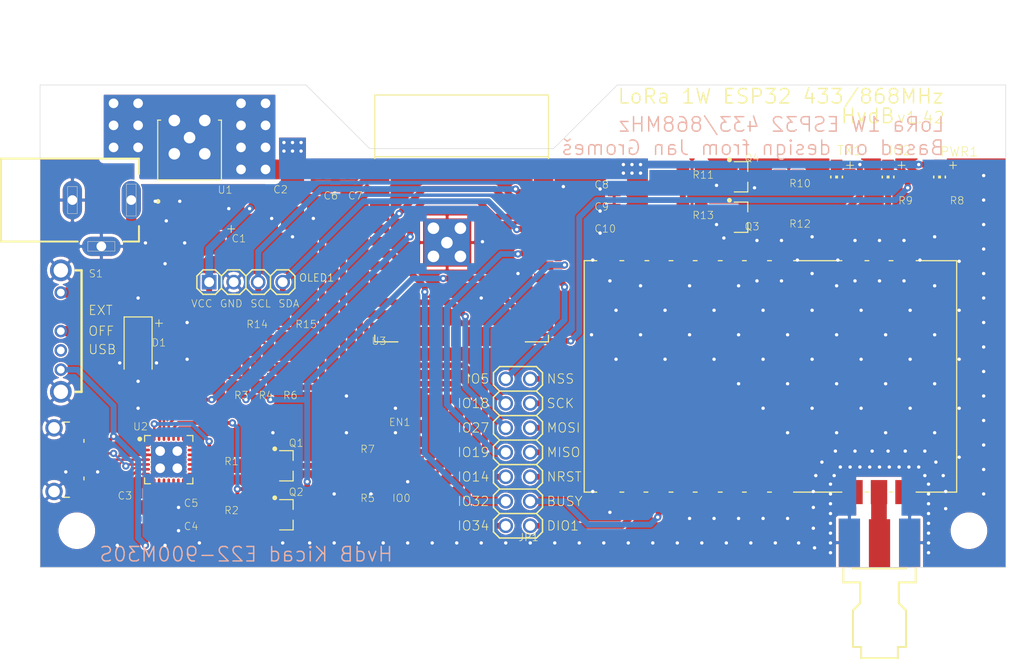
<source format=kicad_pcb>
(kicad_pcb (version 20171130) (host pcbnew "(5.1.9)-1")
  (layers (0 Top signal) (31 Bottom signal) (34 B.Paste user) (35 F.Paste user) (36 B.SilkS user) (37 F.SilkS user) (38 B.Mask user) (39 F.Mask user) (44 Edge.Cuts user))
  (net 0 "")
  (net 1 GND)
  (net 2 +3V3)
  (net 3 EN)
  (net 4 IO0)
  (net 5 +5V)
  (net 6 TXD)
  (net 7 RXD)
  (net 8 "Net-(Q2-Pad2)")
  (net 9 "Net-(U2-Pad27)")
  (net 10 "Net-(R3-Pad1)")
  (net 11 "Net-(Q1-Pad2)")
  (net 12 "Net-(U2-Pad23)")
  (net 13 "Net-(U2-Pad22)")
  (net 14 "Net-(U2-Pad21)")
  (net 15 "Net-(U2-Pad20)")
  (net 16 "Net-(U2-Pad19)")
  (net 17 "Net-(U2-Pad18)")
  (net 18 "Net-(U2-Pad17)")
  (net 19 "Net-(U2-Pad16)")
  (net 20 "Net-(U2-Pad15)")
  (net 21 "Net-(U2-Pad14)")
  (net 22 "Net-(U2-Pad13)")
  (net 23 "Net-(U2-Pad12)")
  (net 24 "Net-(U2-Pad11)")
  (net 25 "Net-(U2-Pad10)")
  (net 26 "Net-(U2-Pad9)")
  (net 27 "Net-(C3-Pad1)")
  (net 28 "Net-(J1-Pad2)")
  (net 29 "Net-(J1-Pad3)")
  (net 30 "Net-(U2-Pad2)")
  (net 31 "Net-(U2-Pad1)")
  (net 32 "Net-(J1-Pad4)")
  (net 33 "Net-(Q1-Pad1)")
  (net 34 "Net-(Q2-Pad1)")
  (net 35 "Net-(C1-Pad+)")
  (net 36 "Net-(J2-Pad1)")
  (net 37 "Net-(S1-Pad3)")
  (net 38 /gs_2/IO23)
  (net 39 /gs_2/SCL)
  (net 40 /gs_2/SDA)
  (net 41 "Net-(U3-Pad32)")
  (net 42 /gs_2/IO19)
  (net 43 /gs_2/IO18)
  (net 44 /gs_2/IO5)
  (net 45 /gs_2/IO17)
  (net 46 /gs_2/IO16)
  (net 47 /gs_2/IO4)
  (net 48 /gs_2/IO2)
  (net 49 /gs_2/IO15)
  (net 50 /gs_2/SD1)
  (net 51 /gs_2/SD0)
  (net 52 /gs_2/CLK)
  (net 53 /gs_2/CMD)
  (net 54 /gs_2/SD3)
  (net 55 /gs_2/SD2)
  (net 56 /gs_2/IO13)
  (net 57 /gs_2/IO12)
  (net 58 /gs_2/IO14)
  (net 59 /gs_2/IO27)
  (net 60 /gs_2/IO26)
  (net 61 /gs_2/IO25)
  (net 62 /gs_2/IO33)
  (net 63 /gs_2/IO32)
  (net 64 /gs_2/IO35)
  (net 65 /gs_2/IO34)
  (net 66 /gs_2/SENSOR_VN)
  (net 67 /gs_2/SENSOR_VP)
  (net 68 "Net-(IO0-Pad1)")
  (net 69 "Net-(IO2-PadC)")
  (net 70 /gs_2/DIO1)
  (net 71 /gs_2/BUSY)
  (net 72 /gs_2/NRST)
  (net 73 /gs_2/MISO)
  (net 74 /gs_2/MOSI)
  (net 75 /gs_2/SCK)
  (net 76 /gs_2/NSS)
  (net 77 "Net-(U4-Pad21)")
  (net 78 /gs_2/TXEN)
  (net 79 /gs_2/RXEN)
  (net 80 "Net-(R10-Pad2)")
  (net 81 "Net-(Q4-Pad3)")
  (net 82 "Net-(Q3-Pad1)")
  (net 83 "Net-(Q4-Pad1)")
  (net 84 "Net-(EN1-Pad1)")
  (net 85 "Net-(PWR1-PadC)")
  (module gs:2X07 (layer Top) (at 147.9931 118.0846 270)
    (fp_text reference JP1 (at 9.271 0) (layer F.SilkS) (effects (font (size 0.77216 0.77216) (thickness 0.077216)) (justify left bottom)))
    (fp_text value PINHD-2X7)
    (pad 14 thru_hole circle (at 7.62 -1.27 270) (size 1.524 1.524) (drill 1.016) (layers *.Cu *.Mask) (net 70 /gs_2/DIO1))
    (pad 13 thru_hole circle (at 7.62 1.27 270) (size 1.524 1.524) (drill 1.016) (layers *.Cu *.Mask) (net 65 /gs_2/IO34))
    (pad 12 thru_hole circle (at 5.08 -1.27 270) (size 1.524 1.524) (drill 1.016) (layers *.Cu *.Mask) (net 71 /gs_2/BUSY))
    (pad 11 thru_hole circle (at 5.08 1.27 270) (size 1.524 1.524) (drill 1.016) (layers *.Cu *.Mask) (net 63 /gs_2/IO32))
    (pad 10 thru_hole circle (at 2.54 -1.27 270) (size 1.524 1.524) (drill 1.016) (layers *.Cu *.Mask) (net 72 /gs_2/NRST))
    (pad 9 thru_hole circle (at 2.54 1.27 270) (size 1.524 1.524) (drill 1.016) (layers *.Cu *.Mask) (net 58 /gs_2/IO14))
    (pad 8 thru_hole circle (at 0 -1.27 270) (size 1.524 1.524) (drill 1.016) (layers *.Cu *.Mask) (net 73 /gs_2/MISO))
    (pad 7 thru_hole circle (at 0 1.27 270) (size 1.524 1.524) (drill 1.016) (layers *.Cu *.Mask) (net 42 /gs_2/IO19))
    (pad 6 thru_hole circle (at -2.54 -1.27 270) (size 1.524 1.524) (drill 1.016) (layers *.Cu *.Mask) (net 74 /gs_2/MOSI))
    (pad 5 thru_hole circle (at -2.54 1.27 270) (size 1.524 1.524) (drill 1.016) (layers *.Cu *.Mask) (net 59 /gs_2/IO27))
    (pad 4 thru_hole circle (at -5.08 -1.27 270) (size 1.524 1.524) (drill 1.016) (layers *.Cu *.Mask) (net 75 /gs_2/SCK))
    (pad 3 thru_hole circle (at -5.08 1.27 270) (size 1.524 1.524) (drill 1.016) (layers *.Cu *.Mask) (net 43 /gs_2/IO18))
    (pad 2 thru_hole circle (at -7.62 -1.27 270) (size 1.524 1.524) (drill 1.016) (layers *.Cu *.Mask) (net 76 /gs_2/NSS))
    (pad 1 thru_hole circle (at -7.62 1.27 270) (size 1.524 1.524) (drill 1.016) (layers *.Cu *.Mask) (net 44 /gs_2/IO5))
  )
  (module "" (layer Top) (at 102.2731 126.2126)
    (fp_text reference @HOLE0 hide)
    (fp_text value "" (at 0 0) (layer F.SilkS) (effects (font (size 1.27 1.27))))
    (pad "" np_thru_hole circle (at 0 0) (size 3.5 3.5) (drill 3.5) (layers *.Cu *.Mask))
  )
  (module "" (layer Top) (at 102.2731 83.7946)
    (fp_text reference @HOLE1 hide)
    (fp_text value "" (at 0 0) (layer F.SilkS) (effects (font (size 1.27 1.27))))
    (pad "" np_thru_hole circle (at 0 0) (size 3.5 3.5) (drill 3.5) (layers *.Cu *.Mask))
  )
  (module "" (layer Top) (at 194.7291 83.7946)
    (fp_text reference @HOLE2 hide)
    (fp_text value "" (at 0 0) (layer F.SilkS) (effects (font (size 1.27 1.27))))
    (pad "" np_thru_hole circle (at 0 0) (size 3.5 3.5) (drill 3.5) (layers *.Cu *.Mask))
  )
  (module "" (layer Top) (at 194.7291 126.2126)
    (fp_text reference @HOLE3 hide)
    (fp_text value "" (at 0 0) (layer F.SilkS) (effects (font (size 1.27 1.27))))
    (pad "" np_thru_hole circle (at 0 0) (size 3.5 3.5) (drill 3.5) (layers *.Cu *.Mask))
  )
  (module gs:C0805 (layer Top) (at 127.8001 89.7636 90)
    (fp_text reference C6 (at -2.159 0) (layer F.SilkS) (effects (font (size 0.77216 0.77216) (thickness 0.061772)) (justify left bottom)))
    (fp_text value 10u)
    (pad 2 smd rect (at 0.95 0 90) (size 1.3 1.5) (layers Top F.Paste F.Mask) (net 1 GND))
    (pad 1 smd rect (at -0.95 0 90) (size 1.3 1.5) (layers Top F.Paste F.Mask) (net 2 +3V3))
  )
  (module gs:SMC_C (layer Top) (at 113.9571 96.3676 180)
    (fp_text reference C1 (at -4.318 0) (layer F.SilkS) (effects (font (size 0.77216 0.77216) (thickness 0.061772)) (justify left bottom)))
    (fp_text value 10u)
    (pad - smd rect (at 2.5 0) (size 2.4 2.4) (layers Top F.Paste F.Mask) (net 1 GND))
    (pad + smd rect (at -2.5 0 180) (size 2.4 2.4) (layers Top F.Paste F.Mask) (net 35 "Net-(C1-Pad+)"))
  )
  (module gs:C0805 (layer Top) (at 130.3401 89.7636 90)
    (fp_text reference C7 (at -2.159 0) (layer F.SilkS) (effects (font (size 0.77216 0.77216) (thickness 0.061772)) (justify left bottom)))
    (fp_text value 100n)
    (pad 2 smd rect (at 0.95 0 90) (size 1.3 1.5) (layers Top F.Paste F.Mask) (net 1 GND))
    (pad 1 smd rect (at -0.95 0 90) (size 1.3 1.5) (layers Top F.Paste F.Mask) (net 2 +3V3))
  )
  (module gs:C0805 (layer Top) (at 106.4641 125.1966 270)
    (fp_text reference C3 (at -2.159 0) (layer F.SilkS) (effects (font (size 0.77216 0.77216) (thickness 0.061772)) (justify left bottom)))
    (fp_text value 1u)
    (pad 2 smd rect (at 0.95 0 270) (size 1.3 1.5) (layers Top F.Paste F.Mask) (net 1 GND))
    (pad 1 smd rect (at -0.95 0 270) (size 1.3 1.5) (layers Top F.Paste F.Mask) (net 27 "Net-(C3-Pad1)"))
  )
  (module gs:C0805 (layer Top) (at 110.4011 123.7996)
    (fp_text reference C5 (at 2.921 0) (layer F.SilkS) (effects (font (size 0.77216 0.77216) (thickness 0.061772)) (justify left bottom)))
    (fp_text value 100n)
    (pad 2 smd rect (at 0.95 0) (size 1.3 1.5) (layers Top F.Paste F.Mask) (net 1 GND))
    (pad 1 smd rect (at -0.95 0) (size 1.3 1.5) (layers Top F.Paste F.Mask) (net 5 +5V))
  )
  (module gs:C0805 (layer Top) (at 110.4011 126.2126)
    (fp_text reference C4 (at 2.921 0) (layer F.SilkS) (effects (font (size 0.77216 0.77216) (thickness 0.061772)) (justify left bottom)))
    (fp_text value 10u)
    (pad 2 smd rect (at 0.95 0) (size 1.3 1.5) (layers Top F.Paste F.Mask) (net 1 GND))
    (pad 1 smd rect (at -0.95 0) (size 1.3 1.5) (layers Top F.Paste F.Mask) (net 5 +5V))
  )
  (module gs:C0805 (layer Top) (at 158.9151 90.7796 180)
    (fp_text reference C8 (at 3.048 0) (layer F.SilkS) (effects (font (size 0.77216 0.77216) (thickness 0.061772)) (justify left bottom)))
    (fp_text value 10u)
    (pad 2 smd rect (at 0.95 0 180) (size 1.3 1.5) (layers Top F.Paste F.Mask) (net 1 GND))
    (pad 1 smd rect (at -0.95 0 180) (size 1.3 1.5) (layers Top F.Paste F.Mask) (net 2 +3V3))
  )
  (module gs:C0805 (layer Top) (at 158.9151 93.0656 180)
    (fp_text reference C9 (at 3.048 0) (layer F.SilkS) (effects (font (size 0.77216 0.77216) (thickness 0.061772)) (justify left bottom)))
    (fp_text value 1u)
    (pad 2 smd rect (at 0.95 0 180) (size 1.3 1.5) (layers Top F.Paste F.Mask) (net 1 GND))
    (pad 1 smd rect (at -0.95 0 180) (size 1.3 1.5) (layers Top F.Paste F.Mask) (net 2 +3V3))
  )
  (module gs:C0805 (layer Top) (at 158.9151 95.3516 180)
    (fp_text reference C10 (at 3.048 0) (layer F.SilkS) (effects (font (size 0.77216 0.77216) (thickness 0.061772)) (justify left bottom)))
    (fp_text value 100n)
    (pad 2 smd rect (at 0.95 0 180) (size 1.3 1.5) (layers Top F.Paste F.Mask) (net 1 GND))
    (pad 1 smd rect (at -0.95 0 180) (size 1.3 1.5) (layers Top F.Paste F.Mask) (net 2 +3V3))
  )
  (module gs:SMC_C (layer Top) (at 124.6251 91.2876 270)
    (fp_text reference C2 (at 0 2.032) (layer F.SilkS) (effects (font (size 0.77216 0.77216) (thickness 0.061772)) (justify left bottom)))
    (fp_text value 10u)
    (pad - smd rect (at 2.5 0 90) (size 2.4 2.4) (layers Top F.Paste F.Mask) (net 1 GND))
    (pad + smd rect (at -2.5 0 270) (size 2.4 2.4) (layers Top F.Paste F.Mask) (net 2 +3V3))
  )
  (module gs:DIOM4225X245N (layer Top) (at 108.6231 107.1626 270)
    (fp_text reference D1 (at 0 -2.159) (layer F.SilkS) (effects (font (size 0.77216 0.77216) (thickness 0.061772)) (justify bottom)))
    (fp_text value STPS2L30A)
    (pad 2 smd rect (at 1.6769 0 270) (size 2.2558 1.5653) (layers Top F.Paste F.Mask) (net 1 GND))
    (pad 1 smd rect (at -1.6769 0 270) (size 2.2558 1.5653) (layers Top F.Paste F.Mask) (net 35 "Net-(C1-Pad+)"))
  )
  (module gs:USB-B-MICRO (layer Top) (at 98.4631 118.8466 270)
    (fp_text reference J1 hide)
    (fp_text value USB-B-MICRO hide)
    (fp_line (start -4 0) (end 4 0) (layer Edge.Cuts) (width 0.05))
    (pad 9 thru_hole circle (at 3.3 -1.45 270) (size 1.8 1.8) (drill 1.2) (layers *.Cu *.Mask) (net 1 GND))
    (pad 7 thru_hole circle (at -3.3 -1.45 270) (size 1.8 1.8) (drill 1.2) (layers *.Cu *.Mask) (net 1 GND))
    (pad 8 smd rect (at 3.3 -4.05) (size 1.6 1.8) (layers Top F.Paste F.Mask) (net 1 GND))
    (pad 6 smd rect (at -3.3 -4.05) (size 1.6 1.8) (layers Top F.Paste F.Mask) (net 1 GND))
    (pad 5 smd rect (at 1.3 -4.35) (size 1.75 0.4) (layers Top F.Paste F.Mask) (net 1 GND))
    (pad 4 smd rect (at 0.65 -4.35) (size 1.75 0.4) (layers Top F.Paste F.Mask) (net 32 "Net-(J1-Pad4)"))
    (pad 3 smd rect (at 0 -4.35) (size 1.75 0.4) (layers Top F.Paste F.Mask) (net 29 "Net-(J1-Pad3)"))
    (pad 2 smd rect (at -0.65 -4.35) (size 1.75 0.4) (layers Top F.Paste F.Mask) (net 28 "Net-(J1-Pad2)"))
    (pad 1 smd rect (at -1.3 -4.35) (size 1.75 0.4) (layers Top F.Paste F.Mask) (net 5 +5V))
  )
  (module gs:DCJ0303 (layer Top) (at 104.8131 91.9226 270)
    (fp_text reference J2 hide)
    (fp_text value DCJ0303)
    (fp_line (start 1.4 2.5) (end 1.4 3.5) (layer Edge.Cuts) (width 0.05))
    (fp_line (start -1.4 2.5) (end 1.4 2.5) (layer Edge.Cuts) (width 0.05))
    (fp_line (start -1.4 3.5) (end -1.4 2.5) (layer Edge.Cuts) (width 0.05))
    (fp_line (start 1.4 3.5) (end -1.4 3.5) (layer Edge.Cuts) (width 0.05))
    (fp_line (start 5.3 1.4) (end 5.3 -1.4) (layer Edge.Cuts) (width 0.05))
    (fp_line (start 4.3 1.4) (end 5.3 1.4) (layer Edge.Cuts) (width 0.05))
    (fp_line (start 4.3 -1.4) (end 4.3 1.4) (layer Edge.Cuts) (width 0.05))
    (fp_line (start 5.3 -1.4) (end 4.3 -1.4) (layer Edge.Cuts) (width 0.05))
    (fp_line (start 1.65 -3.6) (end 1.65 -2.6) (layer Edge.Cuts) (width 0.05))
    (fp_line (start -1.65 -3.6) (end 1.65 -3.6) (layer Edge.Cuts) (width 0.05))
    (fp_line (start -1.65 -2.6) (end -1.65 -3.6) (layer Edge.Cuts) (width 0.05))
    (fp_line (start 1.65 -2.6) (end -1.65 -2.6) (layer Edge.Cuts) (width 0.05))
    (pad 2 thru_hole oval (at 4.8 0) (size 4 2) (drill 1) (layers *.Cu *.Mask) (net 1 GND))
    (pad 3 thru_hole oval (at 0 3 90) (size 4 2) (drill 1) (layers *.Cu *.Mask) (net 1 GND))
    (pad 1 thru_hole oval (at 0 -3.1 90) (size 4 2) (drill 1) (layers *.Cu *.Mask) (net 36 "Net-(J2-Pad1)"))
  )
  (module gs:OLED_128X64 (layer Top) (at 119.7991 100.4316)
    (fp_text reference OLED1 (at 5.461 0) (layer F.SilkS) (effects (font (size 0.77216 0.77216) (thickness 0.077216)) (justify left bottom)))
    (fp_text value OLED_128X64 hide)
    (pad 4 thru_hole circle (at 3.81 0 90) (size 1.524 1.524) (drill 1.016) (layers *.Cu *.Mask) (net 40 /gs_2/SDA))
    (pad 3 thru_hole circle (at 1.27 0 90) (size 1.524 1.524) (drill 1.016) (layers *.Cu *.Mask) (net 39 /gs_2/SCL))
    (pad 2 thru_hole circle (at -1.27 0 90) (size 1.524 1.524) (drill 1.016) (layers *.Cu *.Mask) (net 1 GND))
    (pad 1 thru_hole rect (at -3.81 0 90) (size 1.524 1.524) (drill 1.016) (layers *.Cu *.Mask) (net 2 +3V3))
  )
  (module gs:CHIP-LED0805 (layer Top) (at 191.6811 89.3826 180)
    (fp_text reference PWR1 (at 0 1.905) (layer F.SilkS) (effects (font (size 0.9652 0.9652) (thickness 0.077216)) (justify left bottom)))
    (fp_text value LEDCHIP-LED0805)
    (pad A smd rect (at 0 1.05 180) (size 1.2 1.2) (layers Top F.Paste F.Mask) (net 2 +3V3))
    (pad C smd rect (at 0 -1.05 180) (size 1.2 1.2) (layers Top F.Paste F.Mask) (net 85 "Net-(PWR1-PadC)"))
  )
  (module gs:CHIP-LED0805 (layer Top) (at 186.3471 89.3826 180)
    (fp_text reference IO2 (at 0 2.032) (layer F.SilkS) (effects (font (size 0.9652 0.9652) (thickness 0.077216)) (justify left bottom)))
    (fp_text value LEDCHIP-LED0805)
    (pad A smd rect (at 0 1.05 180) (size 1.2 1.2) (layers Top F.Paste F.Mask) (net 48 /gs_2/IO2))
    (pad C smd rect (at 0 -1.05 180) (size 1.2 1.2) (layers Top F.Paste F.Mask) (net 69 "Net-(IO2-PadC)"))
  )
  (module gs:CHIP-LED0805 (layer Top) (at 181.0131 89.3826 180)
    (fp_text reference TX1 (at 0 2.032) (layer F.SilkS) (effects (font (size 0.9652 0.9652) (thickness 0.077216)) (justify left bottom)))
    (fp_text value LEDCHIP-LED0805)
    (pad A smd rect (at 0 1.05 180) (size 1.2 1.2) (layers Top F.Paste F.Mask) (net 2 +3V3))
    (pad C smd rect (at 0 -1.05 180) (size 1.2 1.2) (layers Top F.Paste F.Mask) (net 80 "Net-(R10-Pad2)"))
  )
  (module gs:SOT95P237X110-3N (layer Top) (at 123.9901 119.4816)
    (fp_text reference Q1 (at 1.016 -1.905) (layer F.SilkS) (effects (font (size 0.77216 0.77216) (thickness 0.061772)) (justify bottom)))
    (fp_text value S8050)
    (pad 3 smd rect (at 1.0145 0) (size 1.3224 0.6092) (layers Top F.Paste F.Mask) (net 3 EN))
    (pad 2 smd rect (at -1.0145 0.95) (size 1.3224 0.6092) (layers Top F.Paste F.Mask) (net 11 "Net-(Q1-Pad2)"))
    (pad 1 smd rect (at -1.0145 -0.95) (size 1.3224 0.6092) (layers Top F.Paste F.Mask) (net 33 "Net-(Q1-Pad1)"))
  )
  (module gs:SOT95P237X110-3N (layer Top) (at 123.9901 124.5616)
    (fp_text reference Q2 (at 1.016 -1.905) (layer F.SilkS) (effects (font (size 0.77216 0.77216) (thickness 0.061772)) (justify bottom)))
    (fp_text value S8050)
    (pad 3 smd rect (at 1.0145 0) (size 1.3224 0.6092) (layers Top F.Paste F.Mask) (net 4 IO0))
    (pad 2 smd rect (at -1.0145 0.95) (size 1.3224 0.6092) (layers Top F.Paste F.Mask) (net 8 "Net-(Q2-Pad2)"))
    (pad 1 smd rect (at -1.0145 -0.95) (size 1.3224 0.6092) (layers Top F.Paste F.Mask) (net 34 "Net-(Q2-Pad1)"))
  )
  (module gs:SOT95P237X110-3N (layer Top) (at 171.1071 93.7006)
    (fp_text reference Q3 (at 1.143 1.4204) (layer F.SilkS) (effects (font (size 0.77216 0.77216) (thickness 0.061772)) (justify bottom)))
    (fp_text value S8050)
    (pad 3 smd rect (at 1.0145 0) (size 1.3224 0.6092) (layers Top F.Paste F.Mask) (net 79 /gs_2/RXEN))
    (pad 2 smd rect (at -1.0145 0.95) (size 1.3224 0.6092) (layers Top F.Paste F.Mask) (net 1 GND))
    (pad 1 smd rect (at -1.0145 -0.95) (size 1.3224 0.6092) (layers Top F.Paste F.Mask) (net 82 "Net-(Q3-Pad1)"))
  )
  (module gs:SOT95P237X110-3N (layer Top) (at 171.1071 89.5096)
    (fp_text reference Q4 (at 1.143 -1.5006) (layer F.SilkS) (effects (font (size 0.77216 0.77216) (thickness 0.061772)) (justify bottom)))
    (fp_text value S8050)
    (pad 3 smd rect (at 1.0145 0) (size 1.3224 0.6092) (layers Top F.Paste F.Mask) (net 81 "Net-(Q4-Pad3)"))
    (pad 2 smd rect (at -1.0145 0.95) (size 1.3224 0.6092) (layers Top F.Paste F.Mask) (net 1 GND))
    (pad 1 smd rect (at -1.0145 -0.95) (size 1.3224 0.6092) (layers Top F.Paste F.Mask) (net 83 "Net-(Q4-Pad1)"))
  )
  (module gs:R0805 (layer Top) (at 121.0691 110.3376 90)
    (fp_text reference R4 (at -2.286 0) (layer F.SilkS) (effects (font (size 0.77216 0.77216) (thickness 0.061772)) (justify left bottom)))
    (fp_text value 12k)
    (pad 2 smd rect (at 0.95 0 90) (size 1.3 1.5) (layers Top F.Paste F.Mask) (net 2 +3V3))
    (pad 1 smd rect (at -0.95 0 90) (size 1.3 1.5) (layers Top F.Paste F.Mask) (net 4 IO0))
  )
  (module gs:R0805 (layer Top) (at 176.0601 89.5096)
    (fp_text reference R10 (at 0 1.143) (layer F.SilkS) (effects (font (size 0.77216 0.77216) (thickness 0.061772)) (justify left bottom)))
    (fp_text value 820)
    (pad 2 smd rect (at 0.95 0) (size 1.3 1.5) (layers Top F.Paste F.Mask) (net 80 "Net-(R10-Pad2)"))
    (pad 1 smd rect (at -0.95 0) (size 1.3 1.5) (layers Top F.Paste F.Mask) (net 81 "Net-(Q4-Pad3)"))
  )
  (module gs:R0805 (layer Top) (at 166.0271 88.6206 180)
    (fp_text reference R11 (at 0 -1.143) (layer F.SilkS) (effects (font (size 0.77216 0.77216) (thickness 0.061772)) (justify left bottom)))
    (fp_text value 220)
    (pad 2 smd rect (at 0.95 0 180) (size 1.3 1.5) (layers Top F.Paste F.Mask) (net 78 /gs_2/TXEN))
    (pad 1 smd rect (at -0.95 0 180) (size 1.3 1.5) (layers Top F.Paste F.Mask) (net 83 "Net-(Q4-Pad1)"))
  )
  (module gs:R0805 (layer Top) (at 166.0271 92.8116 180)
    (fp_text reference R13 (at 0 -1.143) (layer F.SilkS) (effects (font (size 0.77216 0.77216) (thickness 0.061772)) (justify left bottom)))
    (fp_text value 10k)
    (pad 2 smd rect (at 0.95 0 180) (size 1.3 1.5) (layers Top F.Paste F.Mask) (net 78 /gs_2/TXEN))
    (pad 1 smd rect (at -0.95 0 180) (size 1.3 1.5) (layers Top F.Paste F.Mask) (net 82 "Net-(Q3-Pad1)"))
  )
  (module gs:R0805 (layer Top) (at 176.0601 93.7006)
    (fp_text reference R12 (at 0 1.143) (layer F.SilkS) (effects (font (size 0.77216 0.77216) (thickness 0.061772)) (justify left bottom)))
    (fp_text value 10k)
    (pad 2 smd rect (at 0.95 0) (size 1.3 1.5) (layers Top F.Paste F.Mask) (net 2 +3V3))
    (pad 1 smd rect (at -0.95 0) (size 1.3 1.5) (layers Top F.Paste F.Mask) (net 79 /gs_2/RXEN))
  )
  (module gs:R0805 (layer Top) (at 121.0691 105.2576 270)
    (fp_text reference R14 (at 0 1.27) (layer F.SilkS) (effects (font (size 0.77216 0.77216) (thickness 0.061772)) (justify left bottom)))
    (fp_text value 4k7)
    (pad 2 smd rect (at 0.95 0 270) (size 1.3 1.5) (layers Top F.Paste F.Mask) (net 2 +3V3))
    (pad 1 smd rect (at -0.95 0 270) (size 1.3 1.5) (layers Top F.Paste F.Mask) (net 39 /gs_2/SCL))
  )
  (module gs:R0805 (layer Top) (at 123.6091 105.2576 270)
    (fp_text reference R15 (at 0 -1.27) (layer F.SilkS) (effects (font (size 0.77216 0.77216) (thickness 0.061772)) (justify left bottom)))
    (fp_text value 4k7)
    (pad 2 smd rect (at 0.95 0 270) (size 1.3 1.5) (layers Top F.Paste F.Mask) (net 2 +3V3))
    (pad 1 smd rect (at -0.95 0 270) (size 1.3 1.5) (layers Top F.Paste F.Mask) (net 40 /gs_2/SDA))
  )
  (module gs:R0805 (layer Top) (at 131.6101 124.5616 180)
    (fp_text reference R5 (at 0 1.27) (layer F.SilkS) (effects (font (size 0.77216 0.77216) (thickness 0.061772)) (justify left bottom)))
    (fp_text value 470)
    (pad 2 smd rect (at 0.95 0 180) (size 1.3 1.5) (layers Top F.Paste F.Mask) (net 4 IO0))
    (pad 1 smd rect (at -0.95 0 180) (size 1.3 1.5) (layers Top F.Paste F.Mask) (net 68 "Net-(IO0-Pad1)"))
  )
  (module gs:R0805 (layer Top) (at 123.6091 110.3376 270)
    (fp_text reference R6 (at 2.286 0) (layer F.SilkS) (effects (font (size 0.77216 0.77216) (thickness 0.061772)) (justify left bottom)))
    (fp_text value 12k)
    (pad 2 smd rect (at 0.95 0 270) (size 1.3 1.5) (layers Top F.Paste F.Mask) (net 3 EN))
    (pad 1 smd rect (at -0.95 0 270) (size 1.3 1.5) (layers Top F.Paste F.Mask) (net 2 +3V3))
  )
  (module gs:R0805 (layer Top) (at 131.6101 119.4816)
    (fp_text reference R7 (at 0 -1.27) (layer F.SilkS) (effects (font (size 0.77216 0.77216) (thickness 0.061772)) (justify left bottom)))
    (fp_text value 470)
    (pad 2 smd rect (at 0.95 0) (size 1.3 1.5) (layers Top F.Paste F.Mask) (net 84 "Net-(EN1-Pad1)"))
    (pad 1 smd rect (at -0.95 0) (size 1.3 1.5) (layers Top F.Paste F.Mask) (net 3 EN))
  )
  (module gs:R0805 (layer Top) (at 192.6971 93.7006 180)
    (fp_text reference R8 (at 0 1.27) (layer F.SilkS) (effects (font (size 0.77216 0.77216) (thickness 0.061772)) (justify left bottom)))
    (fp_text value 820)
    (pad 2 smd rect (at 0.95 0 180) (size 1.3 1.5) (layers Top F.Paste F.Mask) (net 85 "Net-(PWR1-PadC)"))
    (pad 1 smd rect (at -0.95 0 180) (size 1.3 1.5) (layers Top F.Paste F.Mask) (net 1 GND))
  )
  (module gs:R0805 (layer Top) (at 187.3631 93.7006 180)
    (fp_text reference R9 (at 0 1.27) (layer F.SilkS) (effects (font (size 0.77216 0.77216) (thickness 0.061772)) (justify left bottom)))
    (fp_text value 820)
    (pad 2 smd rect (at 0.95 0 180) (size 1.3 1.5) (layers Top F.Paste F.Mask) (net 69 "Net-(IO2-PadC)"))
    (pad 1 smd rect (at -0.95 0 180) (size 1.3 1.5) (layers Top F.Paste F.Mask) (net 1 GND))
  )
  (module gs:R0805 (layer Top) (at 118.5291 110.3376 270)
    (fp_text reference R3 (at 2.286 0) (layer F.SilkS) (effects (font (size 0.77216 0.77216) (thickness 0.061772)) (justify left bottom)))
    (fp_text value 470)
    (pad 2 smd rect (at 0.95 0 270) (size 1.3 1.5) (layers Top F.Paste F.Mask) (net 7 RXD))
    (pad 1 smd rect (at -0.95 0 270) (size 1.3 1.5) (layers Top F.Paste F.Mask) (net 10 "Net-(R3-Pad1)"))
  )
  (module gs:R0805 (layer Top) (at 119.7991 119.4816)
    (fp_text reference R1 (at -2.286 0) (layer F.SilkS) (effects (font (size 0.77216 0.77216) (thickness 0.061772)) (justify left bottom)))
    (fp_text value 12k)
    (pad 2 smd rect (at 0.95 0) (size 1.3 1.5) (layers Top F.Paste F.Mask) (net 33 "Net-(Q1-Pad1)"))
    (pad 1 smd rect (at -0.95 0) (size 1.3 1.5) (layers Top F.Paste F.Mask) (net 8 "Net-(Q2-Pad2)"))
  )
  (module gs:R0805 (layer Top) (at 119.7991 124.5616)
    (fp_text reference R2 (at -2.286 0) (layer F.SilkS) (effects (font (size 0.77216 0.77216) (thickness 0.061772)) (justify left bottom)))
    (fp_text value 12k)
    (pad 2 smd rect (at 0.95 0) (size 1.3 1.5) (layers Top F.Paste F.Mask) (net 34 "Net-(Q2-Pad1)"))
    (pad 1 smd rect (at -0.95 0) (size 1.3 1.5) (layers Top F.Paste F.Mask) (net 11 "Net-(Q1-Pad2)"))
  )
  (module gs:ESP32-SOLO-1 (layer Top) (at 142.1511 93.8276)
    (fp_text reference U3 (at -9.381 13.17) (layer F.SilkS) (effects (font (size 0.77216 0.77216) (thickness 0.061772)) (justify left bottom)))
    (fp_text value ESP32-WROOM-32D hide)
    (pad 39 smd rect (at -1.5 2.5) (size 5 5) (layers Top F.Paste F.Mask) (net 1 GND))
    (pad 38 smd rect (at 8.5 -5.26 270) (size 0.9 2) (layers Top F.Paste F.Mask) (net 1 GND))
    (pad 37 smd rect (at 8.5 -3.99 270) (size 0.9 2) (layers Top F.Paste F.Mask) (net 38 /gs_2/IO23))
    (pad 36 smd rect (at 8.5 -2.72 270) (size 0.9 2) (layers Top F.Paste F.Mask) (net 39 /gs_2/SCL))
    (pad 35 smd rect (at 8.5 -1.45 270) (size 0.9 2) (layers Top F.Paste F.Mask) (net 6 TXD))
    (pad 34 smd rect (at 8.5 -0.18 270) (size 0.9 2) (layers Top F.Paste F.Mask) (net 7 RXD))
    (pad 33 smd rect (at 8.5 1.09 270) (size 0.9 2) (layers Top F.Paste F.Mask) (net 40 /gs_2/SDA))
    (pad 32 smd rect (at 8.5 2.36 270) (size 0.9 2) (layers Top F.Paste F.Mask) (net 41 "Net-(U3-Pad32)"))
    (pad 31 smd rect (at 8.5 3.63 270) (size 0.9 2) (layers Top F.Paste F.Mask) (net 42 /gs_2/IO19))
    (pad 30 smd rect (at 8.5 4.9 270) (size 0.9 2) (layers Top F.Paste F.Mask) (net 43 /gs_2/IO18))
    (pad 29 smd rect (at 8.5 6.17 270) (size 0.9 2) (layers Top F.Paste F.Mask) (net 44 /gs_2/IO5))
    (pad 28 smd rect (at 8.5 7.44 270) (size 0.9 2) (layers Top F.Paste F.Mask) (net 45 /gs_2/IO17))
    (pad 27 smd rect (at 8.5 8.71 270) (size 0.9 2) (layers Top F.Paste F.Mask) (net 46 /gs_2/IO16))
    (pad 26 smd rect (at 8.5 9.98 270) (size 0.9 2) (layers Top F.Paste F.Mask) (net 47 /gs_2/IO4))
    (pad 25 smd rect (at 8.5 11.25 270) (size 0.9 2) (layers Top F.Paste F.Mask) (net 4 IO0))
    (pad 24 smd rect (at 5.715 12.25 180) (size 0.9 2) (layers Top F.Paste F.Mask) (net 48 /gs_2/IO2))
    (pad 23 smd rect (at 4.445 12.25 180) (size 0.9 2) (layers Top F.Paste F.Mask) (net 49 /gs_2/IO15))
    (pad 22 smd rect (at 3.175 12.25 180) (size 0.9 2) (layers Top F.Paste F.Mask) (net 50 /gs_2/SD1))
    (pad 21 smd rect (at 1.905 12.25 180) (size 0.9 2) (layers Top F.Paste F.Mask) (net 51 /gs_2/SD0))
    (pad 20 smd rect (at 0.635 12.25 180) (size 0.9 2) (layers Top F.Paste F.Mask) (net 52 /gs_2/CLK))
    (pad 19 smd rect (at -0.635 12.25 180) (size 0.9 2) (layers Top F.Paste F.Mask) (net 53 /gs_2/CMD))
    (pad 18 smd rect (at -1.905 12.25 180) (size 0.9 2) (layers Top F.Paste F.Mask) (net 54 /gs_2/SD3))
    (pad 17 smd rect (at -3.175 12.25 180) (size 0.9 2) (layers Top F.Paste F.Mask) (net 55 /gs_2/SD2))
    (pad 16 smd rect (at -4.445 12.25 180) (size 0.9 2) (layers Top F.Paste F.Mask) (net 56 /gs_2/IO13))
    (pad 15 smd rect (at -5.715 12.25 180) (size 0.9 2) (layers Top F.Paste F.Mask) (net 1 GND))
    (pad 14 smd rect (at -8.5 11.25 90) (size 0.9 2) (layers Top F.Paste F.Mask) (net 57 /gs_2/IO12))
    (pad 13 smd rect (at -8.5 9.98 90) (size 0.9 2) (layers Top F.Paste F.Mask) (net 58 /gs_2/IO14))
    (pad 12 smd rect (at -8.5 8.71 90) (size 0.9 2) (layers Top F.Paste F.Mask) (net 59 /gs_2/IO27))
    (pad 11 smd rect (at -8.5 7.44 90) (size 0.9 2) (layers Top F.Paste F.Mask) (net 60 /gs_2/IO26))
    (pad 10 smd rect (at -8.5 6.17 90) (size 0.9 2) (layers Top F.Paste F.Mask) (net 61 /gs_2/IO25))
    (pad 9 smd rect (at -8.5 4.9 90) (size 0.9 2) (layers Top F.Paste F.Mask) (net 62 /gs_2/IO33))
    (pad 8 smd rect (at -8.5 3.63 90) (size 0.9 2) (layers Top F.Paste F.Mask) (net 63 /gs_2/IO32))
    (pad 7 smd rect (at -8.5 2.36 90) (size 0.9 2) (layers Top F.Paste F.Mask) (net 64 /gs_2/IO35))
    (pad 6 smd rect (at -8.5 1.09 90) (size 0.9 2) (layers Top F.Paste F.Mask) (net 65 /gs_2/IO34))
    (pad 5 smd rect (at -8.5 -0.18 90) (size 0.9 2) (layers Top F.Paste F.Mask) (net 66 /gs_2/SENSOR_VN))
    (pad 4 smd rect (at -8.5 -1.45 90) (size 0.9 2) (layers Top F.Paste F.Mask) (net 67 /gs_2/SENSOR_VP))
    (pad 3 smd rect (at -8.5 -2.72 90) (size 0.9 2) (layers Top F.Paste F.Mask) (net 3 EN))
    (pad 2 smd rect (at -8.5 -3.99 90) (size 0.9 2) (layers Top F.Paste F.Mask) (net 2 +3V3))
    (pad 1 smd rect (at -8.5 -5.26 90) (size 0.9 2) (layers Top F.Paste F.Mask) (net 1 GND))
  )
  (module gs:E22-400M30S (layer Top) (at 174.1551 110.2106 270)
    (fp_text reference U4)
    (fp_text value E22-400M30S hide)
    (pad 22 smd rect (at 12 -13.79) (size 1.7 2.5) (layers Top F.Paste F.Mask) (net 1 GND))
    (pad 21 smd rect (at 12 -11.25) (size 1.7 2.5) (layers Top F.Paste F.Mask) (net 77 "Net-(U4-Pad21)"))
    (pad 20 smd rect (at 12 -8.71) (size 1.7 2.5) (layers Top F.Paste F.Mask) (net 1 GND))
    (pad 19 smd rect (at 12 -1.11) (size 1.7 2.5) (layers Top F.Paste F.Mask) (net 76 /gs_2/NSS))
    (pad 18 smd rect (at 12 1.43) (size 1.7 2.5) (layers Top F.Paste F.Mask) (net 75 /gs_2/SCK))
    (pad 17 smd rect (at 12 3.97) (size 1.7 2.5) (layers Top F.Paste F.Mask) (net 74 /gs_2/MOSI))
    (pad 16 smd rect (at 12 6.51) (size 1.7 2.5) (layers Top F.Paste F.Mask) (net 73 /gs_2/MISO))
    (pad 15 smd rect (at 12 9.05) (size 1.7 2.5) (layers Top F.Paste F.Mask) (net 72 /gs_2/NRST))
    (pad 14 smd rect (at 12 11.59) (size 1.7 2.5) (layers Top F.Paste F.Mask) (net 71 /gs_2/BUSY))
    (pad 13 smd rect (at 12 14.13) (size 1.7 2.5) (layers Top F.Paste F.Mask) (net 70 /gs_2/DIO1))
    (pad 12 smd rect (at 12 16.67) (size 1.7 2.5) (layers Top F.Paste F.Mask) (net 1 GND))
    (pad 11 smd rect (at -12 16.67) (size 1.7 2.5) (layers Top F.Paste F.Mask) (net 1 GND))
    (pad 10 smd rect (at -12 14.13) (size 1.7 2.5) (layers Top F.Paste F.Mask) (net 2 +3V3))
    (pad 9 smd rect (at -12 11.59) (size 1.7 2.5) (layers Top F.Paste F.Mask) (net 2 +3V3))
    (pad 8 smd rect (at -12 9.05) (size 1.7 2.5) (layers Top F.Paste F.Mask) (net 78 /gs_2/TXEN))
    (pad 7 smd rect (at -12 6.51) (size 1.7 2.5) (layers Top F.Paste F.Mask) (net 78 /gs_2/TXEN))
    (pad 6 smd rect (at -12 3.97) (size 1.7 2.5) (layers Top F.Paste F.Mask) (net 79 /gs_2/RXEN))
    (pad 5 smd rect (at -12 1.43) (size 1.7 2.5) (layers Top F.Paste F.Mask) (net 1 GND))
    (pad 4 smd rect (at -12 -1.11) (size 1.7 2.5) (layers Top F.Paste F.Mask) (net 1 GND))
    (pad 3 smd rect (at -12 -8.71) (size 1.7 2.5) (layers Top F.Paste F.Mask) (net 1 GND))
    (pad 2 smd rect (at -12 -11.25) (size 1.7 2.5) (layers Top F.Paste F.Mask) (net 1 GND))
    (pad 1 smd rect (at -12 -13.79) (size 1.7 2.5) (layers Top F.Paste F.Mask) (net 1 GND))
  )
  (module gs:QFN50P500X500X100-29T300N (layer Top) (at 111.7981 118.8466)
    (fp_text reference U2 (at -2.921 -2.9829) (layer F.SilkS) (effects (font (size 0.77216 0.77216) (thickness 0.061772)) (justify bottom)))
    (fp_text value CP2102)
    (pad 29 smd rect (at 0 0) (size 3 3) (layers Top F.Paste F.Mask) (net 1 GND))
    (pad 28 smd roundrect (at -1.5 -2.3963 90) (size 0.9192 0.27) (layers Top F.Paste F.Mask) (roundrect_rratio 0.5) (net 8 "Net-(Q2-Pad2)"))
    (pad 27 smd roundrect (at -1 -2.3963 90) (size 0.9192 0.27) (layers Top F.Paste F.Mask) (roundrect_rratio 0.5) (net 9 "Net-(U2-Pad27)"))
    (pad 26 smd roundrect (at -0.5 -2.3963 90) (size 0.9192 0.27) (layers Top F.Paste F.Mask) (roundrect_rratio 0.5) (net 10 "Net-(R3-Pad1)"))
    (pad 25 smd roundrect (at 0 -2.3963 90) (size 0.9192 0.27) (layers Top F.Paste F.Mask) (roundrect_rratio 0.5) (net 6 TXD))
    (pad 24 smd roundrect (at 0.5 -2.3963 90) (size 0.9192 0.27) (layers Top F.Paste F.Mask) (roundrect_rratio 0.5) (net 11 "Net-(Q1-Pad2)"))
    (pad 23 smd roundrect (at 1 -2.3963 90) (size 0.9192 0.27) (layers Top F.Paste F.Mask) (roundrect_rratio 0.5) (net 12 "Net-(U2-Pad23)"))
    (pad 22 smd roundrect (at 1.5 -2.3963 90) (size 0.9192 0.27) (layers Top F.Paste F.Mask) (roundrect_rratio 0.5) (net 13 "Net-(U2-Pad22)"))
    (pad 21 smd roundrect (at 2.3963 -1.5) (size 0.9192 0.27) (layers Top F.Paste F.Mask) (roundrect_rratio 0.5) (net 14 "Net-(U2-Pad21)"))
    (pad 20 smd roundrect (at 2.3963 -1) (size 0.9192 0.27) (layers Top F.Paste F.Mask) (roundrect_rratio 0.5) (net 15 "Net-(U2-Pad20)"))
    (pad 19 smd roundrect (at 2.3963 -0.5) (size 0.9192 0.27) (layers Top F.Paste F.Mask) (roundrect_rratio 0.5) (net 16 "Net-(U2-Pad19)"))
    (pad 18 smd roundrect (at 2.3963 0) (size 0.9192 0.27) (layers Top F.Paste F.Mask) (roundrect_rratio 0.5) (net 17 "Net-(U2-Pad18)"))
    (pad 17 smd roundrect (at 2.3963 0.5) (size 0.9192 0.27) (layers Top F.Paste F.Mask) (roundrect_rratio 0.5) (net 18 "Net-(U2-Pad17)"))
    (pad 16 smd roundrect (at 2.3963 1) (size 0.9192 0.27) (layers Top F.Paste F.Mask) (roundrect_rratio 0.5) (net 19 "Net-(U2-Pad16)"))
    (pad 15 smd roundrect (at 2.3963 1.5) (size 0.9192 0.27) (layers Top F.Paste F.Mask) (roundrect_rratio 0.5) (net 20 "Net-(U2-Pad15)"))
    (pad 14 smd roundrect (at 1.5 2.3963 90) (size 0.9192 0.27) (layers Top F.Paste F.Mask) (roundrect_rratio 0.5) (net 21 "Net-(U2-Pad14)"))
    (pad 13 smd roundrect (at 1 2.3963 90) (size 0.9192 0.27) (layers Top F.Paste F.Mask) (roundrect_rratio 0.5) (net 22 "Net-(U2-Pad13)"))
    (pad 12 smd roundrect (at 0.5 2.3963 90) (size 0.9192 0.27) (layers Top F.Paste F.Mask) (roundrect_rratio 0.5) (net 23 "Net-(U2-Pad12)"))
    (pad 11 smd roundrect (at 0 2.3963 90) (size 0.9192 0.27) (layers Top F.Paste F.Mask) (roundrect_rratio 0.5) (net 24 "Net-(U2-Pad11)"))
    (pad 10 smd roundrect (at -0.5 2.3963 90) (size 0.9192 0.27) (layers Top F.Paste F.Mask) (roundrect_rratio 0.5) (net 25 "Net-(U2-Pad10)"))
    (pad 9 smd roundrect (at -1 2.3963 90) (size 0.9192 0.27) (layers Top F.Paste F.Mask) (roundrect_rratio 0.5) (net 26 "Net-(U2-Pad9)"))
    (pad 8 smd roundrect (at -1.5 2.3963 90) (size 0.9192 0.27) (layers Top F.Paste F.Mask) (roundrect_rratio 0.5) (net 5 +5V))
    (pad 7 smd roundrect (at -2.3963 1.5) (size 0.9192 0.27) (layers Top F.Paste F.Mask) (roundrect_rratio 0.5) (net 5 +5V))
    (pad 6 smd roundrect (at -2.3963 1) (size 0.9192 0.27) (layers Top F.Paste F.Mask) (roundrect_rratio 0.5) (net 27 "Net-(C3-Pad1)"))
    (pad 5 smd roundrect (at -2.3963 0.5) (size 0.9192 0.27) (layers Top F.Paste F.Mask) (roundrect_rratio 0.5) (net 28 "Net-(J1-Pad2)"))
    (pad 4 smd roundrect (at -2.3963 0) (size 0.9192 0.27) (layers Top F.Paste F.Mask) (roundrect_rratio 0.5) (net 29 "Net-(J1-Pad3)"))
    (pad 3 smd roundrect (at -2.3963 -0.5) (size 0.9192 0.27) (layers Top F.Paste F.Mask) (roundrect_rratio 0.5) (net 1 GND))
    (pad 2 smd roundrect (at -2.3963 -1) (size 0.9192 0.27) (layers Top F.Paste F.Mask) (roundrect_rratio 0.5) (net 30 "Net-(U2-Pad2)"))
    (pad 1 smd roundrect (at -2.3963 -1.5) (size 0.9192 0.27) (layers Top F.Paste F.Mask) (roundrect_rratio 0.5) (net 31 "Net-(U2-Pad1)"))
  )
  (module gs:TO228P972X240-3N (layer Top) (at 113.9571 87.8586 90)
    (fp_text reference U1 (at -3.4595 3.683) (layer F.SilkS) (effects (font (size 0.77216 0.77216) (thickness 0.061772)) (justify bottom)))
    (fp_text value LD1086DT33TR)
    (pad 3 smd rect (at 2.4725 0 90) (size 5.8633 5.4891) (layers Top F.Paste F.Mask) (net 2 +3V3))
    (pad 2 smd rect (at -4.203 2.28 90) (size 2.4024 0.983) (layers Top F.Paste F.Mask) (net 35 "Net-(C1-Pad+)"))
    (pad 1 smd rect (at -4.203 -2.28 90) (size 2.4024 0.983) (layers Top F.Paste F.Mask) (net 1 GND))
  )
  (module gs:SMA (layer Top) (at 185.4581 130.0226 90)
    (fp_text reference X1 hide)
    (fp_text value SMA)
    (fp_line (start 0 -3.788) (end 0 3.788) (layer Edge.Cuts) (width 0.05))
    (pad G@3 smd rect (at 2.5654 -3.1196 90) (size 5 2.2) (layers Bottom B.Paste B.Mask) (net 1 GND))
    (pad G@4 smd rect (at 2.5654 3.1196 90) (size 5 2.2) (layers Bottom B.Paste B.Mask) (net 1 GND))
    (pad G@2 smd rect (at 2.5654 3.1196 90) (size 5 2.2) (layers Top F.Paste F.Mask) (net 1 GND))
    (pad G@1 smd rect (at 2.5654 -3.1196 90) (size 5 2.2) (layers Top F.Paste F.Mask) (net 1 GND))
    (pad 1 smd rect (at 2.5 0 90) (size 5 2.2) (layers Top F.Paste F.Mask) (net 77 "Net-(U4-Pad21)"))
  )
  (module gs:EVQP2F02K (layer Top) (at 139.7381 123.2916)
    (fp_text reference IO0 (at -2.835 -0.006) (layer F.SilkS) (effects (font (size 0.77216 0.77216) (thickness 0.061772)) (justify right bottom)))
    (fp_text value EVQP2F02K hide)
    (pad 5 smd rect (at -2 0 90) (size 1.4 0.65) (layers Top F.Paste F.Mask) (net 1 GND))
    (pad 4 smd rect (at 0.85 2.6 90) (size 1.45 1) (layers Top F.Paste F.Mask) (net 1 GND))
    (pad 2 smd rect (at -0.85 2.6 90) (size 1.45 1) (layers Top F.Paste F.Mask) (net 68 "Net-(IO0-Pad1)"))
    (pad 3 smd rect (at 0.85 -2.6 90) (size 1.45 1) (layers Top F.Paste F.Mask) (net 1 GND))
    (pad 1 smd rect (at -0.85 -2.6 90) (size 1.45 1) (layers Top F.Paste F.Mask) (net 68 "Net-(IO0-Pad1)"))
  )
  (module gs:EVQP2F02K (layer Top) (at 139.7381 115.4176)
    (fp_text reference EN1 (at -2.835 -0.006) (layer F.SilkS) (effects (font (size 0.77216 0.77216) (thickness 0.061772)) (justify right bottom)))
    (fp_text value EVQP2F02K hide)
    (pad 5 smd rect (at -2 0 90) (size 1.4 0.65) (layers Top F.Paste F.Mask) (net 1 GND))
    (pad 4 smd rect (at 0.85 2.6 90) (size 1.45 1) (layers Top F.Paste F.Mask) (net 1 GND))
    (pad 2 smd rect (at -0.85 2.6 90) (size 1.45 1) (layers Top F.Paste F.Mask) (net 84 "Net-(EN1-Pad1)"))
    (pad 3 smd rect (at 0.85 -2.6 90) (size 1.45 1) (layers Top F.Paste F.Mask) (net 1 GND))
    (pad 1 smd rect (at -0.85 -2.6 90) (size 1.45 1) (layers Top F.Paste F.Mask) (net 84 "Net-(EN1-Pad1)"))
  )
  (module gs:SWITCH-SLIDE (layer Top) (at 98.4631 105.5116 270)
    (fp_text reference S1 (at -5.508 -5.011) (layer F.SilkS) (effects (font (size 0.77216 0.77216) (thickness 0.061772)) (justify left bottom)))
    (fp_text value SWITCH-SLIDE hide)
    (fp_line (start -7 0) (end 7 0) (layer Edge.Cuts) (width 0.05))
    (pad 4 thru_hole circle (at 4 -2.15 270) (size 1.308 1.308) (drill 0.8) (layers *.Cu *.Mask) (net 5 +5V))
    (pad 6 thru_hole circle (at 6.3 -2.15 270) (size 2.25 2.25) (drill 1.5) (layers *.Cu *.Mask) (net 1 GND))
    (pad 5 thru_hole circle (at -6.3 -2.15 270) (size 2.25 2.25) (drill 1.5) (layers *.Cu *.Mask) (net 1 GND))
    (pad 3 thru_hole circle (at 2 -2.15 270) (size 1.308 1.308) (drill 0.8) (layers *.Cu *.Mask) (net 37 "Net-(S1-Pad3)"))
    (pad 1 thru_hole circle (at -4 -2.15 270) (size 1.308 1.308) (drill 0.8) (layers *.Cu *.Mask) (net 36 "Net-(J2-Pad1)"))
    (pad 2 thru_hole circle (at 0 -2.15 270) (size 1.308 1.308) (drill 0.8) (layers *.Cu *.Mask) (net 35 "Net-(C1-Pad+)"))
  )
  (gr_text HvdB (at 181.356 84.074) (layer F.SilkS) (effects (font (size 1.5 1.5) (thickness 0.146304)) (justify left bottom)))
  (gr_text "HvdB Kicad E22-900M30S\n" (at 135.128 129.54) (layer B.SilkS) (effects (font (size 1.5 1.5) (thickness 0.146304)) (justify left bottom mirror)))
  (gr_text "LoRa 1W ESP32 433/868MHz\nBased on design from Jan Gromeš" (at 192.278 87.376) (layer B.SilkS) (effects (font (size 1.5 1.5) (thickness 0.146304)) (justify left bottom mirror)))
  (gr_text "v1.42\n" (at 187.198 84.074) (layer F.SilkS) (effects (font (size 1.2065 1.2065) (thickness 0.1016)) (justify left bottom)))
  (gr_line (start 98.4631 130.0226) (end 198.5391 130.0226) (layer Edge.Cuts) (width 0.05))
  (gr_line (start 198.5391 130.0226) (end 198.5391 79.9846) (layer Edge.Cuts) (width 0.05))
  (gr_line (start 198.5391 79.9846) (end 158.2801 79.9846) (layer Edge.Cuts) (width 0.05))
  (gr_line (start 158.2801 79.9846) (end 151.6761 86.5886) (layer Edge.Cuts) (width 0.05))
  (gr_line (start 151.6761 86.5886) (end 132.6261 86.5886) (layer Edge.Cuts) (width 0.05))
  (gr_line (start 132.6261 86.5886) (end 126.0221 79.9846) (layer Edge.Cuts) (width 0.05))
  (gr_line (start 126.0221 79.9846) (end 98.4631 79.9846) (layer Edge.Cuts) (width 0.05))
  (gr_line (start 98.4631 79.9846) (end 98.4631 130.0226) (layer Edge.Cuts) (width 0.05))
  (gr_text NSS (at 150.9141 110.4646) (layer F.SilkS) (effects (font (size 0.9652 0.9652) (thickness 0.08128)) (justify left)))
  (gr_text SCK (at 150.9141 113.0046) (layer F.SilkS) (effects (font (size 0.9652 0.9652) (thickness 0.08128)) (justify left)))
  (gr_text MOSI (at 150.9141 115.5446) (layer F.SilkS) (effects (font (size 0.9652 0.9652) (thickness 0.08128)) (justify left)))
  (gr_text MISO (at 150.9141 118.0846) (layer F.SilkS) (effects (font (size 0.9652 0.9652) (thickness 0.08128)) (justify left)))
  (gr_text NRST (at 150.9141 120.6246) (layer F.SilkS) (effects (font (size 0.9652 0.9652) (thickness 0.08128)) (justify left)))
  (gr_text BUSY (at 150.9141 123.1646) (layer F.SilkS) (effects (font (size 0.9652 0.9652) (thickness 0.08128)) (justify left)))
  (gr_text DIO1 (at 150.9141 125.7046) (layer F.SilkS) (effects (font (size 0.9652 0.9652) (thickness 0.08128)) (justify left)))
  (gr_text IO34 (at 145.0721 125.7046) (layer F.SilkS) (effects (font (size 0.9652 0.9652) (thickness 0.08128)) (justify right)))
  (gr_text IO32 (at 145.0721 123.1646) (layer F.SilkS) (effects (font (size 0.9652 0.9652) (thickness 0.08128)) (justify right)))
  (gr_text IO14 (at 145.0721 120.6246) (layer F.SilkS) (effects (font (size 0.9652 0.9652) (thickness 0.08128)) (justify right)))
  (gr_text IO19 (at 145.0721 118.0846) (layer F.SilkS) (effects (font (size 0.9652 0.9652) (thickness 0.08128)) (justify right)))
  (gr_text IO27 (at 145.0721 115.5446) (layer F.SilkS) (effects (font (size 0.9652 0.9652) (thickness 0.08128)) (justify right)))
  (gr_text IO18 (at 145.0721 113.0046) (layer F.SilkS) (effects (font (size 0.9652 0.9652) (thickness 0.08128)) (justify right)))
  (gr_text IO5 (at 145.0721 110.4646) (layer F.SilkS) (effects (font (size 0.9652 0.9652) (thickness 0.08128)) (justify right)))
  (gr_text + (at 110.7821 104.6226) (layer F.SilkS) (effects (font (size 0.9652 0.9652) (thickness 0.08128))))
  (gr_text + (at 118.2751 94.8436) (layer F.SilkS) (effects (font (size 0.9652 0.9652) (thickness 0.08128))))
  (gr_text + (at 193.0781 88.2396) (layer F.SilkS) (effects (font (size 0.9652 0.9652) (thickness 0.08128))))
  (gr_text "LoRa 1W ESP32 433/868MHz" (at 158.242 82.042) (layer F.SilkS) (effects (font (size 1.5 1.5) (thickness 0.146304)) (justify left bottom)))
  (gr_text EXT (at 103.4161 103.3526) (layer F.SilkS) (effects (font (size 0.9652 0.9652) (thickness 0.08128)) (justify left)))
  (gr_text OFF (at 103.4161 105.5116) (layer F.SilkS) (effects (font (size 0.9652 0.9652) (thickness 0.08128)) (justify left)))
  (gr_text USB (at 103.4161 107.4166) (layer F.SilkS) (effects (font (size 0.9652 0.9652) (thickness 0.08128)) (justify left)))
  (gr_text VCC (at 115.2271 102.2096) (layer F.SilkS) (effects (font (size 0.77216 0.77216) (thickness 0.065024)) (justify top)))
  (gr_text GND (at 118.2751 102.2096) (layer F.SilkS) (effects (font (size 0.77216 0.77216) (thickness 0.065024)) (justify top)))
  (gr_text SCL (at 121.3231 102.2096) (layer F.SilkS) (effects (font (size 0.77216 0.77216) (thickness 0.065024)) (justify top)))
  (gr_text SDA (at 124.2441 102.2096) (layer F.SilkS) (effects (font (size 0.77216 0.77216) (thickness 0.065024)) (justify top)))
  (gr_text + (at 187.7441 88.2396) (layer F.SilkS) (effects (font (size 0.9652 0.9652) (thickness 0.08128))))
  (gr_text + (at 182.4101 88.2396) (layer F.SilkS) (effects (font (size 0.9652 0.9652) (thickness 0.08128))))
  (via (at 139.2301 94.8436) (size 1.6064) (drill 1.2) (layers Top Bottom) (net 1))
  (via (at 142.0241 94.8436) (size 1.6064) (drill 1.2) (layers Top Bottom) (net 1))
  (via (at 140.6271 96.3406) (size 1.6064) (drill 1.2) (layers Top Bottom) (net 1))
  (via (at 139.2301 97.7646) (size 1.6064) (drill 1.2) (layers Top Bottom) (net 1))
  (via (at 142.0241 97.7646) (size 1.6064) (drill 1.2) (layers Top Bottom) (net 1))
  (via (at 110.9091 117.9576) (size 1.4064) (drill 1) (layers Top Bottom) (net 1))
  (via (at 112.6871 117.9576) (size 1.4064) (drill 1) (layers Top Bottom) (net 1))
  (via (at 112.6871 119.7356) (size 1.4064) (drill 1) (layers Top Bottom) (net 1))
  (via (at 110.9091 119.7356) (size 1.4064) (drill 1) (layers Top Bottom) (net 1))
  (via (at 175.2981 96.1136) (size 0.7564) (drill 0.35) (layers Top Bottom) (net 1))
  (via (at 172.7581 96.1136) (size 0.7564) (drill 0.35) (layers Top Bottom) (net 1))
  (via (at 176.9491 98.1456) (size 0.7564) (drill 0.35) (layers Top Bottom) (net 1))
  (via (at 175.2981 100.3046) (size 0.7564) (drill 0.35) (layers Top Bottom) (net 1))
  (via (at 172.7581 100.3046) (size 0.7564) (drill 0.35) (layers Top Bottom) (net 1))
  (via (at 182.9181 96.1136) (size 0.7564) (drill 0.35) (layers Top Bottom) (net 1))
  (via (at 185.4581 96.1136) (size 0.7564) (drill 0.35) (layers Top Bottom) (net 1))
  (via (at 187.9981 96.1136) (size 0.7564) (drill 0.35) (layers Top Bottom) (net 1))
  (via (at 181.1401 98.1456) (size 0.7564) (drill 0.35) (layers Top Bottom) (net 1))
  (via (at 189.6491 98.1456) (size 0.7564) (drill 0.35) (layers Top Bottom) (net 1))
  (via (at 187.9981 100.3046) (size 0.7564) (drill 0.35) (layers Top Bottom) (net 1))
  (via (at 185.4581 100.3046) (size 0.7564) (drill 0.35) (layers Top Bottom) (net 1))
  (via (at 182.9181 100.3046) (size 0.7564) (drill 0.35) (layers Top Bottom) (net 1))
  (via (at 156.5021 90.7796) (size 0.7564) (drill 0.35) (layers Top Bottom) (net 1))
  (via (at 156.5021 93.0656) (size 0.7564) (drill 0.35) (layers Top Bottom) (net 1))
  (via (at 156.5021 95.3516) (size 0.7564) (drill 0.35) (layers Top Bottom) (net 1))
  (via (at 155.7401 98.1456) (size 0.7564) (drill 0.35) (layers Top Bottom) (net 1))
  (via (at 157.5181 100.3046) (size 0.7564) (drill 0.35) (layers Top Bottom) (net 1))
  (via (at 155.7401 122.1486) (size 0.7564) (drill 0.35) (layers Top Bottom) (net 1))
  (via (at 157.5181 124.3076) (size 0.7564) (drill 0.35) (layers Top Bottom) (net 1))
  (via (at 112.9411 92.0496) (size 0.7564) (drill 0.35) (layers Top Bottom) (net 1))
  (via (at 111.5441 94.0816) (size 0.7564) (drill 0.35) (layers Top Bottom) (net 1))
  (via (at 110.4011 92.0496) (size 0.7564) (drill 0.35) (layers Top Bottom) (net 1))
  (via (at 113.4491 96.3676) (size 0.7564) (drill 0.35) (layers Top Bottom) (net 1))
  (via (at 118.0211 92.8116) (size 0.7564) (drill 0.35) (layers Top Bottom) (net 1))
  (via (at 124.6251 95.7326) (size 0.7564) (drill 0.35) (layers Top Bottom) (net 1))
  (via (at 106.4641 127.7366) (size 0.7564) (drill 0.35) (layers Top Bottom) (net 1))
  (via (at 112.8141 126.2126) (size 0.7564) (drill 0.35) (layers Top Bottom) (net 1))
  (via (at 112.8141 123.7996) (size 0.7564) (drill 0.35) (layers Top Bottom) (net 1))
  (via (at 111.4171 127.7366) (size 0.7564) (drill 0.35) (layers Top Bottom) (net 1))
  (via (at 101.1301 120.1166) (size 0.7564) (drill 0.35) (layers Top Bottom) (net 1))
  (via (at 104.4321 120.1166) (size 0.7564) (drill 0.35) (layers Top Bottom) (net 1))
  (via (at 108.6231 110.7186) (size 0.7564) (drill 0.35) (layers Top Bottom) (net 1))
  (via (at 180.3781 128.4986) (size 0.7564) (drill 0.35) (layers Top Bottom) (net 1))
  (via (at 180.3781 127.4826) (size 0.7564) (drill 0.35) (layers Top Bottom) (net 1))
  (via (at 180.3781 126.4666) (size 0.7564) (drill 0.35) (layers Top Bottom) (net 1))
  (via (at 180.3781 125.4506) (size 0.7564) (drill 0.35) (layers Top Bottom) (net 1))
  (via (at 180.3781 124.4346) (size 0.7564) (drill 0.35) (layers Top Bottom) (net 1))
  (via (at 180.3781 123.4186) (size 0.7564) (drill 0.35) (layers Top Bottom) (net 1))
  (via (at 180.3781 122.4026) (size 0.7564) (drill 0.35) (layers Top Bottom) (net 1))
  (via (at 180.3781 121.3866) (size 0.7564) (drill 0.35) (layers Top Bottom) (net 1))
  (via (at 180.7591 120.4976) (size 0.7564) (drill 0.35) (layers Top Bottom) (net 1))
  (via (at 181.3941 119.6086) (size 0.7564) (drill 0.35) (layers Top Bottom) (net 1))
  (via (at 182.4101 119.6086) (size 0.7564) (drill 0.35) (layers Top Bottom) (net 1))
  (via (at 183.4261 119.6086) (size 0.7564) (drill 0.35) (layers Top Bottom) (net 1))
  (via (at 184.4421 119.6086) (size 0.7564) (drill 0.35) (layers Top Bottom) (net 1))
  (via (at 185.4581 119.6086) (size 0.7564) (drill 0.35) (layers Top Bottom) (net 1))
  (via (at 186.4741 119.6086) (size 0.7564) (drill 0.35) (layers Top Bottom) (net 1))
  (via (at 187.4901 119.6086) (size 0.7564) (drill 0.35) (layers Top Bottom) (net 1))
  (via (at 188.5061 119.6086) (size 0.7564) (drill 0.35) (layers Top Bottom) (net 1))
  (via (at 189.5221 119.6086) (size 0.7564) (drill 0.35) (layers Top Bottom) (net 1))
  (via (at 190.1571 120.4976) (size 0.7564) (drill 0.35) (layers Top Bottom) (net 1))
  (via (at 190.5381 121.3866) (size 0.7564) (drill 0.35) (layers Top Bottom) (net 1))
  (via (at 190.5381 122.4026) (size 0.7564) (drill 0.35) (layers Top Bottom) (net 1))
  (via (at 190.5381 123.4186) (size 0.7564) (drill 0.35) (layers Top Bottom) (net 1))
  (via (at 190.5381 124.4346) (size 0.7564) (drill 0.35) (layers Top Bottom) (net 1))
  (via (at 190.5381 125.4506) (size 0.7564) (drill 0.35) (layers Top Bottom) (net 1))
  (via (at 190.5381 126.4666) (size 0.7564) (drill 0.35) (layers Top Bottom) (net 1))
  (via (at 190.5381 127.4826) (size 0.7564) (drill 0.35) (layers Top Bottom) (net 1))
  (via (at 190.5381 128.4986) (size 0.7564) (drill 0.35) (layers Top Bottom) (net 1))
  (via (at 178.7271 127.9906) (size 0.7564) (drill 0.35) (layers Top Bottom) (net 1))
  (via (at 178.6001 125.9586) (size 0.7564) (drill 0.35) (layers Top Bottom) (net 1))
  (via (at 178.6001 123.7996) (size 0.7564) (drill 0.35) (layers Top Bottom) (net 1))
  (via (at 178.6001 122.1486) (size 0.7564) (drill 0.35) (layers Top Bottom) (net 1))
  (via (at 178.8541 120.4976) (size 0.7564) (drill 0.35) (layers Top Bottom) (net 1))
  (via (at 192.3161 123.9266) (size 0.7564) (drill 0.35) (layers Top Bottom) (net 1))
  (via (at 179.4891 119.1006) (size 0.7564) (drill 0.35) (layers Top Bottom) (net 1))
  (via (at 180.8861 117.9576) (size 0.7564) (drill 0.35) (layers Top Bottom) (net 1))
  (via (at 182.9181 117.9576) (size 0.7564) (drill 0.35) (layers Top Bottom) (net 1))
  (via (at 184.6961 117.9576) (size 0.7564) (drill 0.35) (layers Top Bottom) (net 1))
  (via (at 190.1571 117.9576) (size 0.7564) (drill 0.35) (layers Top Bottom) (net 1))
  (via (at 188.1251 117.9576) (size 0.7564) (drill 0.35) (layers Top Bottom) (net 1))
  (via (at 186.3471 117.9576) (size 0.7564) (drill 0.35) (layers Top Bottom) (net 1))
  (via (at 192.3161 122.1486) (size 0.7564) (drill 0.35) (layers Top Bottom) (net 1))
  (via (at 192.0621 120.4976) (size 0.7564) (drill 0.35) (layers Top Bottom) (net 1))
  (via (at 191.3001 119.1006) (size 0.7564) (drill 0.35) (layers Top Bottom) (net 1))
  (via (at 110.5281 108.8136) (size 0.7564) (drill 0.35) (layers Top Bottom) (net 1))
  (via (at 106.7181 108.8136) (size 0.7564) (drill 0.35) (layers Top Bottom) (net 1))
  (via (at 122.4661 93.8276) (size 0.7564) (drill 0.35) (layers Top Bottom) (net 1))
  (via (at 181.0131 110.9726) (size 0.7564) (drill 0.35) (layers Top Bottom) (net 1))
  (via (at 186.0931 110.9726) (size 0.7564) (drill 0.35) (layers Top Bottom) (net 1))
  (via (at 181.0131 116.0526) (size 0.7564) (drill 0.35) (layers Top Bottom) (net 1))
  (via (at 186.0931 116.0526) (size 0.7564) (drill 0.35) (layers Top Bottom) (net 1))
  (via (at 191.1731 116.0526) (size 0.7564) (drill 0.35) (layers Top Bottom) (net 1))
  (via (at 191.1731 110.9726) (size 0.7564) (drill 0.35) (layers Top Bottom) (net 1))
  (via (at 196.2531 107.1626) (size 0.7564) (drill 0.35) (layers Top Bottom) (net 1))
  (via (at 196.2531 112.2426) (size 0.7564) (drill 0.35) (layers Top Bottom) (net 1))
  (via (at 196.2531 117.3226) (size 0.7564) (drill 0.35) (layers Top Bottom) (net 1))
  (via (at 196.2531 122.4026) (size 0.7564) (drill 0.35) (layers Top Bottom) (net 1))
  (via (at 196.2531 104.6226) (size 0.7564) (drill 0.35) (layers Top Bottom) (net 1))
  (via (at 196.2531 102.0826) (size 0.7564) (drill 0.35) (layers Top Bottom) (net 1))
  (via (at 196.2531 99.5426) (size 0.7564) (drill 0.35) (layers Top Bottom) (net 1))
  (via (at 191.1731 105.8926) (size 0.7564) (drill 0.35) (layers Top Bottom) (net 1))
  (via (at 186.0931 105.8926) (size 0.7564) (drill 0.35) (layers Top Bottom) (net 1))
  (via (at 181.0131 105.8926) (size 0.7564) (drill 0.35) (layers Top Bottom) (net 1))
  (via (at 175.9331 105.8926) (size 0.7564) (drill 0.35) (layers Top Bottom) (net 1))
  (via (at 170.8531 105.8926) (size 0.7564) (drill 0.35) (layers Top Bottom) (net 1))
  (via (at 165.7731 105.8926) (size 0.7564) (drill 0.35) (layers Top Bottom) (net 1))
  (via (at 160.6931 105.8926) (size 0.7564) (drill 0.35) (layers Top Bottom) (net 1))
  (via (at 155.6131 105.8926) (size 0.7564) (drill 0.35) (layers Top Bottom) (net 1))
  (via (at 191.1731 100.8126) (size 0.7564) (drill 0.35) (layers Top Bottom) (net 1))
  (via (at 175.9331 110.9726) (size 0.7564) (drill 0.35) (layers Top Bottom) (net 1))
  (via (at 170.8531 110.9726) (size 0.7564) (drill 0.35) (layers Top Bottom) (net 1))
  (via (at 175.9331 116.0526) (size 0.7564) (drill 0.35) (layers Top Bottom) (net 1))
  (via (at 178.4731 108.4326) (size 0.7564) (drill 0.35) (layers Top Bottom) (net 1))
  (via (at 173.3931 108.4326) (size 0.7564) (drill 0.35) (layers Top Bottom) (net 1))
  (via (at 183.5531 108.4326) (size 0.7564) (drill 0.35) (layers Top Bottom) (net 1))
  (via (at 188.6331 108.4326) (size 0.7564) (drill 0.35) (layers Top Bottom) (net 1))
  (via (at 188.6331 103.3526) (size 0.7564) (drill 0.35) (layers Top Bottom) (net 1))
  (via (at 183.5531 103.3526) (size 0.7564) (drill 0.35) (layers Top Bottom) (net 1))
  (via (at 193.7131 103.3526) (size 0.7564) (drill 0.35) (layers Top Bottom) (net 1))
  (via (at 193.7131 108.4326) (size 0.7564) (drill 0.35) (layers Top Bottom) (net 1))
  (via (at 193.7131 113.5126) (size 0.7564) (drill 0.35) (layers Top Bottom) (net 1))
  (via (at 188.6331 113.5126) (size 0.7564) (drill 0.35) (layers Top Bottom) (net 1))
  (via (at 183.5531 113.5126) (size 0.7564) (drill 0.35) (layers Top Bottom) (net 1))
  (via (at 178.4731 113.5126) (size 0.7564) (drill 0.35) (layers Top Bottom) (net 1))
  (via (at 173.3931 113.5126) (size 0.7564) (drill 0.35) (layers Top Bottom) (net 1))
  (via (at 168.3131 108.4326) (size 0.7564) (drill 0.35) (layers Top Bottom) (net 1))
  (via (at 163.2331 108.4326) (size 0.7564) (drill 0.35) (layers Top Bottom) (net 1))
  (via (at 158.1531 108.4326) (size 0.7564) (drill 0.35) (layers Top Bottom) (net 1))
  (via (at 170.8531 100.8126) (size 0.7564) (drill 0.35) (layers Top Bottom) (net 1))
  (via (at 165.7731 100.8126) (size 0.7564) (drill 0.35) (layers Top Bottom) (net 1))
  (via (at 160.6931 100.8126) (size 0.7564) (drill 0.35) (layers Top Bottom) (net 1))
  (via (at 178.4731 103.3526) (size 0.7564) (drill 0.35) (layers Top Bottom) (net 1))
  (via (at 193.7131 98.2726) (size 0.7564) (drill 0.35) (layers Top Bottom) (net 1))
  (via (at 193.7131 118.5926) (size 0.7564) (drill 0.35) (layers Top Bottom) (net 1))
  (via (at 174.6631 127.4826) (size 0.7564) (drill 0.35) (layers Top Bottom) (net 1))
  (via (at 169.5831 127.4826) (size 0.7564) (drill 0.35) (layers Top Bottom) (net 1))
  (via (at 164.5031 127.4826) (size 0.7564) (drill 0.35) (layers Top Bottom) (net 1))
  (via (at 167.0431 127.4826) (size 0.7564) (drill 0.35) (layers Top Bottom) (net 1))
  (via (at 172.1231 127.4826) (size 0.7564) (drill 0.35) (layers Top Bottom) (net 1))
  (via (at 196.2531 119.8626) (size 0.7564) (drill 0.35) (layers Top Bottom) (net 1))
  (via (at 196.2531 114.7826) (size 0.7564) (drill 0.35) (layers Top Bottom) (net 1))
  (via (at 196.2531 109.7026) (size 0.7564) (drill 0.35) (layers Top Bottom) (net 1))
  (via (at 196.2531 97.0026) (size 0.7564) (drill 0.35) (layers Top Bottom) (net 1))
  (via (at 196.2531 94.4626) (size 0.7564) (drill 0.35) (layers Top Bottom) (net 1))
  (via (at 196.2531 91.9226) (size 0.7564) (drill 0.35) (layers Top Bottom) (net 1))
  (via (at 196.2531 89.3826) (size 0.7564) (drill 0.35) (layers Top Bottom) (net 1))
  (via (at 161.9631 127.4826) (size 0.7564) (drill 0.35) (layers Top Bottom) (net 1))
  (via (at 159.4231 127.4826) (size 0.7564) (drill 0.35) (layers Top Bottom) (net 1))
  (via (at 156.8831 127.4826) (size 0.7564) (drill 0.35) (layers Top Bottom) (net 1))
  (via (at 154.3431 127.4826) (size 0.7564) (drill 0.35) (layers Top Bottom) (net 1))
  (via (at 151.8031 127.4826) (size 0.7564) (drill 0.35) (layers Top Bottom) (net 1))
  (via (at 149.2631 127.4826) (size 0.7564) (drill 0.35) (layers Top Bottom) (net 1))
  (via (at 146.7231 127.4826) (size 0.7564) (drill 0.35) (layers Top Bottom) (net 1))
  (via (at 144.1831 127.4826) (size 0.7564) (drill 0.35) (layers Top Bottom) (net 1))
  (via (at 141.6431 127.4826) (size 0.7564) (drill 0.35) (layers Top Bottom) (net 1))
  (via (at 123.6091 127.4826) (size 0.7564) (drill 0.35) (layers Top Bottom) (net 1))
  (via (at 114.9731 127.4826) (size 0.7564) (drill 0.35) (layers Top Bottom) (net 1))
  (via (at 108.6231 113.5126) (size 0.7564) (drill 0.35) (layers Top Bottom) (net 1))
  (via (at 108.6231 102.0826) (size 0.7564) (drill 0.35) (layers Top Bottom) (net 1))
  (via (at 109.3851 96.3676) (size 0.7564) (drill 0.35) (layers Top Bottom) (net 1))
  (via (at 168.5671 94.4626) (size 0.7564) (drill 0.35) (layers Top Bottom) (net 1))
  (via (at 169.3291 95.8596) (size 0.7564) (drill 0.35) (layers Top Bottom) (net 1))
  (via (at 168.5671 90.3986) (size 0.7564) (drill 0.35) (layers Top Bottom) (net 1))
  (via (at 172.5041 90.6526) (size 0.7564) (drill 0.35) (layers Top Bottom) (net 1))
  (via (at 177.0761 127.4826) (size 0.7564) (drill 0.35) (layers Top Bottom) (net 1))
  (via (at 111.4171 98.5266) (size 0.7564) (drill 0.35) (layers Top Bottom) (net 1))
  (via (at 152.6921 90.5256) (size 0.7564) (drill 0.35) (layers Top Bottom) (net 1))
  (via (at 144.3101 96.2406) (size 0.7564) (drill 0.35) (layers Top Bottom) (net 1))
  (via (at 126.7841 93.8276) (size 0.7564) (drill 0.35) (layers Top Bottom) (net 1))
  (via (at 173.3931 103.3526) (size 0.7564) (drill 0.35) (layers Top Bottom) (net 1))
  (via (at 168.3131 103.3526) (size 0.7564) (drill 0.35) (layers Top Bottom) (net 1))
  (via (at 163.2331 103.3526) (size 0.7564) (drill 0.35) (layers Top Bottom) (net 1))
  (via (at 158.1531 103.3526) (size 0.7564) (drill 0.35) (layers Top Bottom) (net 1))
  (via (at 178.4731 99.5426) (size 0.7564) (drill 0.35) (layers Top Bottom) (net 1))
  (via (at 181.0131 100.8126) (size 0.7564) (drill 0.35) (layers Top Bottom) (net 1))
  (via (at 139.1031 127.4826) (size 0.7564) (drill 0.35) (layers Top Bottom) (net 1))
  (via (at 136.5631 127.4826) (size 0.7564) (drill 0.35) (layers Top Bottom) (net 1))
  (via (at 134.0231 127.4826) (size 0.7564) (drill 0.35) (layers Top Bottom) (net 1))
  (via (at 131.4831 127.4826) (size 0.7564) (drill 0.35) (layers Top Bottom) (net 1))
  (via (at 128.9431 127.4826) (size 0.7564) (drill 0.35) (layers Top Bottom) (net 1))
  (via (at 126.4031 127.4826) (size 0.7564) (drill 0.35) (layers Top Bottom) (net 1))
  (via (at 178.4731 95.7326) (size 0.7564) (drill 0.35) (layers Top Bottom) (net 1))
  (via (at 191.1731 95.7326) (size 0.7564) (drill 0.35) (layers Top Bottom) (net 1))
  (via (at 130.2131 116.0526) (size 0.7564) (drill 0.35) (layers Top Bottom) (net 1))
  (via (at 130.2131 112.2426) (size 0.7564) (drill 0.35) (layers Top Bottom) (net 1))
  (via (at 135.2931 116.0526) (size 0.7564) (drill 0.35) (layers Top Bottom) (net 1))
  (via (at 135.2931 113.5126) (size 0.7564) (drill 0.35) (layers Top Bottom) (net 1))
  (via (at 128.9431 122.4026) (size 0.7564) (drill 0.35) (layers Top Bottom) (net 1))
  (via (at 132.7531 122.4026) (size 0.7564) (drill 0.35) (layers Top Bottom) (net 1))
  (via (at 136.5631 121.1326) (size 0.7564) (drill 0.35) (layers Top Bottom) (net 1))
  (via (at 122.5931 116.0526) (size 0.7564) (drill 0.35) (layers Top Bottom) (net 1))
  (via (at 113.7031 104.6226) (size 0.7564) (drill 0.35) (layers Top Bottom) (net 1))
  (via (at 113.7031 108.4326) (size 0.7564) (drill 0.35) (layers Top Bottom) (net 1))
  (via (at 147.9931 99.5426) (size 0.7564) (drill 0.35) (layers Top Bottom) (net 1))
  (via (at 144.1831 102.0826) (size 0.7564) (drill 0.35) (layers Top Bottom) (net 1))
  (via (at 175.9331 124.9426) (size 0.7564) (drill 0.35) (layers Top Bottom) (net 1))
  (via (at 173.3931 124.9426) (size 0.7564) (drill 0.35) (layers Top Bottom) (net 1))
  (via (at 170.8531 124.9426) (size 0.7564) (drill 0.35) (layers Top Bottom) (net 1))
  (via (at 168.3131 124.9426) (size 0.7564) (drill 0.35) (layers Top Bottom) (net 1))
  (via (at 165.7731 124.9426) (size 0.7564) (drill 0.35) (layers Top Bottom) (net 1))
  (via (at 112.3791 87.1236) (size 1.6064) (drill 1.2) (layers Top Bottom) (net 2))
  (via (at 115.5351 87.1236) (size 1.6064) (drill 1.2) (layers Top Bottom) (net 2))
  (via (at 112.3791 83.6676) (size 1.6064) (drill 1.2) (layers Top Bottom) (net 2))
  (via (at 115.5351 83.6676) (size 1.6064) (drill 1.2) (layers Top Bottom) (net 2))
  (via (at 159.8041 88.2396) (size 0.7564) (drill 0.35) (layers Top Bottom) (net 2))
  (via (at 159.8041 89.1286) (size 0.7564) (drill 0.35) (layers Top Bottom) (net 2))
  (via (at 158.9151 88.2396) (size 0.7564) (drill 0.35) (layers Top Bottom) (net 2))
  (via (at 158.9151 89.1286) (size 0.7564) (drill 0.35) (layers Top Bottom) (net 2))
  (via (at 113.9571 85.4456) (size 1.6064) (drill 1.2) (layers Top Bottom) (net 2))
  (via (at 106.0831 81.8896) (size 1.4064) (drill 1) (layers Top Bottom) (net 2))
  (via (at 106.0831 84.1756) (size 1.4064) (drill 1) (layers Top Bottom) (net 2))
  (via (at 106.0831 86.4616) (size 1.4064) (drill 1) (layers Top Bottom) (net 2))
  (via (at 121.8311 81.8896) (size 1.4064) (drill 1) (layers Top Bottom) (net 2))
  (via (at 121.8311 84.1756) (size 1.4064) (drill 1) (layers Top Bottom) (net 2))
  (via (at 121.8311 86.4616) (size 1.4064) (drill 1) (layers Top Bottom) (net 2))
  (via (at 121.8311 88.7476) (size 1.4064) (drill 1) (layers Top Bottom) (net 2))
  (via (at 108.6231 81.8896) (size 1.4064) (drill 1) (layers Top Bottom) (net 2))
  (via (at 119.2911 81.8896) (size 1.4064) (drill 1) (layers Top Bottom) (net 2))
  (via (at 119.2911 88.7476) (size 1.4064) (drill 1) (layers Top Bottom) (net 2))
  (via (at 108.6231 84.1756) (size 1.4064) (drill 1) (layers Top Bottom) (net 2))
  (via (at 108.6231 86.4616) (size 1.4064) (drill 1) (layers Top Bottom) (net 2))
  (via (at 119.2911 86.4616) (size 1.4064) (drill 1) (layers Top Bottom) (net 2))
  (via (at 119.2911 84.1756) (size 1.4064) (drill 1) (layers Top Bottom) (net 2))
  (via (at 160.6931 88.2396) (size 0.7564) (drill 0.35) (layers Top Bottom) (net 2))
  (via (at 160.6931 89.1286) (size 0.7564) (drill 0.35) (layers Top Bottom) (net 2))
  (segment (start 181.2671 93.7006) (end 177.0101 93.7006) (width 0.6096) (layer Top) (net 2))
  (segment (start 183.4261 91.5416) (end 181.2671 93.7006) (width 0.6096) (layer Top) (net 2))
  (via (at 123.7361 85.9536) (size 0.7564) (drill 0.35) (layers Top Bottom) (net 2))
  (via (at 124.6251 85.9536) (size 0.7564) (drill 0.35) (layers Top Bottom) (net 2))
  (via (at 123.7361 86.8426) (size 0.7564) (drill 0.35) (layers Top Bottom) (net 2))
  (via (at 124.6251 86.8426) (size 0.7564) (drill 0.35) (layers Top Bottom) (net 2))
  (via (at 125.5141 86.8426) (size 0.7564) (drill 0.35) (layers Top Bottom) (net 2))
  (via (at 125.5141 85.9536) (size 0.7564) (drill 0.35) (layers Top Bottom) (net 2))
  (segment (start 121.8311 88.7476) (end 124.6251 88.7476) (width 2.032) (layer Top) (net 2))
  (segment (start 124.6251 88.7876) (end 124.6251 88.7476) (width 2.032) (layer Top) (net 2))
  (segment (start 124.6251 88.7476) (end 124.6251 86.8426) (width 2.032) (layer Top) (net 2))
  (segment (start 160.6931 88.2396) (end 160.8201 88.3666) (width 0.6096) (layer Bottom) (net 2))
  (segment (start 123.6091 109.3876) (end 121.0691 109.3876) (width 0.6096) (layer Top) (net 2))
  (segment (start 123.6091 106.2076) (end 121.0691 106.2076) (width 0.6096) (layer Top) (net 2))
  (segment (start 121.0691 109.3876) (end 121.0691 107.7976) (width 0.6096) (layer Top) (net 2))
  (segment (start 121.0691 107.7976) (end 121.0691 106.2076) (width 0.6096) (layer Top) (net 2))
  (segment (start 121.0691 107.7976) (end 119.0371 107.7976) (width 0.6096) (layer Top) (net 2))
  (segment (start 119.0371 107.7976) (end 115.9891 104.7496) (width 0.6096) (layer Top) (net 2))
  (segment (start 115.9891 104.7496) (end 115.9891 100.4316) (width 0.6096) (layer Top) (net 2))
  (segment (start 127.8001 90.7136) (end 130.3401 90.7136) (width 0.8128) (layer Top) (net 2))
  (segment (start 124.6251 88.7876) (end 124.6251 90.7136) (width 0.8128) (layer Top) (net 2))
  (segment (start 127.8001 90.7136) (end 124.6251 90.7136) (width 0.8128) (layer Top) (net 2))
  (segment (start 124.6251 90.7136) (end 122.2781 90.7136) (width 0.8128) (layer Top) (net 2))
  (segment (start 122.2781 90.7136) (end 120.1801 92.8116) (width 0.8128) (layer Top) (net 2))
  (via (at 120.1801 92.8116) (size 0.7564) (drill 0.35) (layers Top Bottom) (net 2))
  (segment (start 120.1801 92.8116) (end 115.9891 97.0026) (width 0.8128) (layer Bottom) (net 2))
  (segment (start 115.9891 97.0026) (end 115.9891 100.4316) (width 0.8128) (layer Bottom) (net 2))
  (segment (start 131.1681 90.7136) (end 130.3401 90.7136) (width 0.6096) (layer Top) (net 2))
  (segment (start 133.6511 89.8376) (end 132.0441 89.8376) (width 0.6096) (layer Top) (net 2))
  (segment (start 132.0441 89.8376) (end 131.1681 90.7136) (width 0.6096) (layer Top) (net 2))
  (segment (start 160.6931 88.2396) (end 183.4261 88.2396) (width 0.8128) (layer Bottom) (net 2))
  (via (at 189.5221 88.2396) (size 0.7564) (drill 0.35) (layers Top Bottom) (net 2))
  (segment (start 183.4261 88.2396) (end 189.5221 88.2396) (width 0.8128) (layer Bottom) (net 2))
  (segment (start 189.5221 88.2396) (end 191.5881 88.2396) (width 0.6096) (layer Top) (net 2))
  (segment (start 191.5881 88.2396) (end 191.6811 88.3326) (width 0.6096) (layer Top) (net 2))
  (segment (start 181.0131 88.3326) (end 181.1061 88.2396) (width 0.6096) (layer Top) (net 2))
  (segment (start 181.1061 88.2396) (end 183.4261 88.2396) (width 0.6096) (layer Top) (net 2))
  (via (at 183.4261 88.2396) (size 0.7564) (drill 0.35) (layers Top Bottom) (net 2))
  (segment (start 183.4261 88.2396) (end 183.4261 91.5416) (width 0.6096) (layer Top) (net 2))
  (segment (start 130.6601 119.4816) (end 127.6731 119.4816) (width 0.6096) (layer Top) (net 3))
  (segment (start 127.6731 119.4816) (end 125.0046 119.4816) (width 0.6096) (layer Top) (net 3))
  (segment (start 127.6731 119.4816) (end 127.6731 111.3536) (width 0.6096) (layer Top) (net 3))
  (segment (start 127.6731 95.9426) (end 127.6731 111.3536) (width 0.6096) (layer Top) (net 3))
  (segment (start 133.6511 91.1076) (end 132.5081 91.1076) (width 0.6096) (layer Top) (net 3))
  (segment (start 132.5081 91.1076) (end 127.6731 95.9426) (width 0.6096) (layer Top) (net 3))
  (segment (start 123.6091 111.2876) (end 123.6751 111.3536) (width 0.6096) (layer Top) (net 3))
  (segment (start 123.6751 111.3536) (end 127.6731 111.3536) (width 0.6096) (layer Top) (net 3))
  (segment (start 150.6511 105.0776) (end 149.5911 105.0776) (width 0.6096) (layer Top) (net 4))
  (segment (start 144.5641 100.0506) (end 140.2461 100.0506) (width 0.6096) (layer Top) (net 4))
  (segment (start 149.5911 105.0776) (end 144.5641 100.0506) (width 0.6096) (layer Top) (net 4))
  (segment (start 137.0711 100.0506) (end 126.1491 110.9726) (width 0.6096) (layer Bottom) (net 4))
  (via (at 140.2461 100.0506) (size 0.7564) (drill 0.35) (layers Top Bottom) (net 4))
  (segment (start 140.2461 100.0506) (end 137.0711 100.0506) (width 0.6096) (layer Bottom) (net 4))
  (via (at 126.1491 121.1326) (size 0.7564) (drill 0.35) (layers Top Bottom) (net 4))
  (segment (start 126.1491 110.9726) (end 126.1491 112.6236) (width 0.6096) (layer Bottom) (net 4))
  (segment (start 126.1491 112.6236) (end 126.1491 121.1326) (width 0.6096) (layer Bottom) (net 4))
  (segment (start 125.0046 124.5616) (end 126.1491 124.5616) (width 0.6096) (layer Top) (net 4))
  (segment (start 126.1491 124.5616) (end 130.6601 124.5616) (width 0.6096) (layer Top) (net 4))
  (segment (start 126.1491 121.1326) (end 126.1491 124.5616) (width 0.6096) (layer Top) (net 4))
  (segment (start 121.0691 111.2876) (end 122.3391 112.5576) (width 0.6096) (layer Top) (net 4))
  (segment (start 122.3391 112.5576) (end 122.3391 112.6236) (width 0.6096) (layer Top) (net 4))
  (via (at 122.3391 112.6236) (size 0.7564) (drill 0.35) (layers Top Bottom) (net 4))
  (segment (start 122.3391 112.6236) (end 126.1491 112.6236) (width 0.6096) (layer Bottom) (net 4))
  (segment (start 102.8131 117.5466) (end 104.9701 117.5466) (width 0.4064) (layer Top) (net 5))
  (segment (start 106.0831 116.4336) (end 104.9701 117.5466) (width 0.4064) (layer Top) (net 5))
  (via (at 106.0831 116.4336) (size 0.7564) (drill 0.35) (layers Top Bottom) (net 5))
  (via (at 109.3851 127.7366) (size 0.7564) (drill 0.35) (layers Top Bottom) (net 5))
  (segment (start 109.4018 120.3466) (end 109.4018 121.2596) (width 0.254) (layer Top) (net 5))
  (segment (start 110.2814 121.2596) (end 109.4018 121.2596) (width 0.254) (layer Top) (net 5))
  (segment (start 110.2814 121.2596) (end 110.2981 121.2429) (width 0.254) (layer Top) (net 5))
  (segment (start 109.4018 121.2596) (end 109.4018 121.9113) (width 0.254) (layer Top) (net 5))
  (segment (start 106.0831 116.4336) (end 106.2101 116.4336) (width 0.6096) (layer Bottom) (net 5))
  (segment (start 106.2101 116.4336) (end 108.6231 118.8466) (width 0.6096) (layer Bottom) (net 5))
  (segment (start 108.6231 118.8466) (end 108.6231 126.9746) (width 0.6096) (layer Bottom) (net 5))
  (segment (start 108.6231 126.9746) (end 109.3851 127.7366) (width 0.6096) (layer Bottom) (net 5))
  (segment (start 109.3851 127.7366) (end 109.3851 126.2786) (width 0.6096) (layer Top) (net 5))
  (segment (start 109.3851 126.2786) (end 109.4511 126.2126) (width 0.6096) (layer Top) (net 5))
  (segment (start 109.4511 126.2126) (end 109.4511 123.7996) (width 0.6096) (layer Top) (net 5))
  (segment (start 109.4018 121.9113) (end 109.4018 123.7503) (width 0.4064) (layer Top) (net 5))
  (segment (start 109.4018 123.7503) (end 109.4511 123.7996) (width 0.4064) (layer Top) (net 5))
  (segment (start 100.6131 109.5116) (end 102.3361 109.5116) (width 0.6096) (layer Bottom) (net 5))
  (segment (start 102.3361 109.5116) (end 106.0831 113.2586) (width 0.6096) (layer Bottom) (net 5))
  (segment (start 106.0831 113.2586) (end 106.0831 116.4336) (width 0.6096) (layer Bottom) (net 5))
  (segment (start 111.7981 116.4503) (end 111.7981 115.1636) (width 0.254) (layer Top) (net 6))
  (segment (start 111.7981 115.1636) (end 112.6871 114.2746) (width 0.254) (layer Top) (net 6))
  (segment (start 112.6871 114.2746) (end 114.3381 112.6236) (width 0.4064) (layer Top) (net 6))
  (segment (start 114.3381 112.6236) (end 116.2431 112.6236) (width 0.4064) (layer Top) (net 6))
  (via (at 116.2431 112.6236) (size 0.7564) (drill 0.35) (layers Top Bottom) (net 6))
  (segment (start 150.6511 92.3776) (end 147.1781 92.3776) (width 0.6096) (layer Top) (net 6))
  (segment (start 147.1781 92.3776) (end 145.5801 90.7796) (width 0.6096) (layer Top) (net 6))
  (segment (start 138.2141 90.7796) (end 145.5801 90.7796) (width 0.6096) (layer Top) (net 6))
  (segment (start 135.6741 93.3196) (end 116.3701 112.6236) (width 0.6096) (layer Bottom) (net 6))
  (segment (start 116.3701 112.6236) (end 116.2431 112.6236) (width 0.6096) (layer Bottom) (net 6))
  (via (at 135.6741 93.3196) (size 0.7564) (drill 0.35) (layers Top Bottom) (net 6))
  (segment (start 135.6741 93.3196) (end 138.2141 90.7796) (width 0.6096) (layer Top) (net 6))
  (segment (start 150.6511 93.6476) (end 145.5271 93.6476) (width 0.6096) (layer Top) (net 7))
  (segment (start 145.5271 93.6476) (end 143.9291 92.0496) (width 0.6096) (layer Top) (net 7))
  (segment (start 143.9291 92.0496) (end 138.2141 92.0496) (width 0.6096) (layer Top) (net 7))
  (segment (start 138.2141 92.0496) (end 136.8171 93.4466) (width 0.6096) (layer Top) (net 7))
  (segment (start 136.8171 93.4466) (end 136.8171 95.7326) (width 0.6096) (layer Top) (net 7))
  (via (at 136.8171 95.7326) (size 0.7564) (drill 0.35) (layers Top Bottom) (net 7))
  (segment (start 136.8171 95.7326) (end 136.6901 95.7326) (width 0.6096) (layer Bottom) (net 7))
  (segment (start 136.6901 95.7326) (end 119.7991 112.6236) (width 0.6096) (layer Bottom) (net 7))
  (via (at 119.7991 112.6236) (size 0.7564) (drill 0.35) (layers Top Bottom) (net 7))
  (segment (start 119.7991 112.6236) (end 119.7991 112.5576) (width 0.6096) (layer Top) (net 7))
  (segment (start 119.7991 112.5576) (end 118.5291 111.2876) (width 0.6096) (layer Top) (net 7))
  (segment (start 110.2981 116.4503) (end 110.2981 115.1396) (width 0.254) (layer Top) (net 8))
  (segment (start 122.9756 125.5116) (end 121.5126 126.9746) (width 0.4064) (layer Top) (net 8))
  (segment (start 117.8941 126.9746) (end 115.9891 125.0696) (width 0.4064) (layer Top) (net 8))
  (segment (start 115.9891 125.0696) (end 115.9891 119.4816) (width 0.4064) (layer Top) (net 8))
  (segment (start 115.9891 119.4816) (end 115.9891 116.9416) (width 0.4064) (layer Top) (net 8))
  (segment (start 121.5126 126.9746) (end 117.8941 126.9746) (width 0.4064) (layer Top) (net 8))
  (segment (start 118.8491 119.4816) (end 115.9891 119.4816) (width 0.4064) (layer Top) (net 8))
  (via (at 110.2981 115.1396) (size 0.7564) (drill 0.35) (layers Top Bottom) (net 8))
  (segment (start 110.2981 115.1396) (end 114.1871 115.1396) (width 0.4064) (layer Bottom) (net 8))
  (segment (start 114.1871 115.1396) (end 115.9891 116.9416) (width 0.4064) (layer Bottom) (net 8))
  (via (at 115.9891 116.9416) (size 0.7564) (drill 0.35) (layers Top Bottom) (net 8))
  (segment (start 111.2981 116.4503) (end 111.2981 114.1556) (width 0.254) (layer Top) (net 10))
  (segment (start 116.0661 109.3876) (end 118.5291 109.3876) (width 0.4064) (layer Top) (net 10))
  (segment (start 111.2981 114.1556) (end 116.0661 109.3876) (width 0.4064) (layer Top) (net 10))
  (segment (start 112.2981 116.4503) (end 112.2981 115.5526) (width 0.254) (layer Top) (net 11))
  (segment (start 112.2981 115.5526) (end 112.8141 115.0366) (width 0.254) (layer Top) (net 11))
  (segment (start 118.9101 124.5006) (end 118.8491 124.5616) (width 0.4064) (layer Top) (net 11))
  (via (at 118.4021 115.0366) (size 0.7564) (drill 0.35) (layers Top Bottom) (net 11))
  (segment (start 118.4021 115.0366) (end 118.9101 115.5446) (width 0.4064) (layer Bottom) (net 11))
  (segment (start 118.9101 115.5446) (end 118.9101 121.8946) (width 0.4064) (layer Bottom) (net 11))
  (segment (start 112.8141 115.0366) (end 118.4021 115.0366) (width 0.4064) (layer Top) (net 11))
  (segment (start 118.9101 121.8946) (end 118.9101 124.5006) (width 0.4064) (layer Top) (net 11))
  (via (at 118.9101 121.8946) (size 0.7564) (drill 0.35) (layers Top Bottom) (net 11))
  (segment (start 122.9756 120.4316) (end 122.9756 121.2581) (width 0.4064) (layer Top) (net 11))
  (segment (start 122.9756 121.2581) (end 122.3391 121.8946) (width 0.4064) (layer Top) (net 11))
  (segment (start 122.3391 121.8946) (end 118.9101 121.8946) (width 0.4064) (layer Top) (net 11))
  (segment (start 109.4018 119.8466) (end 108.6391 119.8466) (width 0.254) (layer Top) (net 27))
  (segment (start 106.4641 122.0216) (end 106.4641 124.2466) (width 0.254) (layer Top) (net 27))
  (segment (start 108.6391 119.8466) (end 106.4641 122.0216) (width 0.254) (layer Top) (net 27))
  (segment (start 102.8131 118.1966) (end 106.0755 118.1966) (width 0.254) (layer Top) (net 28))
  (segment (start 106.0755 118.1966) (end 106.0831 118.189) (width 0.254) (layer Top) (net 28))
  (via (at 106.0831 118.189) (size 0.7564) (drill 0.35) (layers Top Bottom) (net 28))
  (segment (start 107.3531 119.5042) (end 107.3531 119.459) (width 0.254) (layer Bottom) (net 28))
  (segment (start 107.3531 119.459) (end 106.0831 118.189) (width 0.254) (layer Bottom) (net 28))
  (via (at 107.3531 119.5042) (size 0.7564) (drill 0.35) (layers Top Bottom) (net 28))
  (segment (start 107.3531 119.5042) (end 107.5107 119.3466) (width 0.254) (layer Top) (net 28))
  (segment (start 107.5107 119.3466) (end 109.4018 119.3466) (width 0.254) (layer Top) (net 28))
  (segment (start 102.8131 118.8466) (end 109.4018 118.8466) (width 0.254) (layer Top) (net 29))
  (segment (start 122.9756 118.5316) (end 121.6991 118.5316) (width 0.4064) (layer Top) (net 33))
  (segment (start 121.6991 118.5316) (end 120.7491 119.4816) (width 0.4064) (layer Top) (net 33))
  (segment (start 122.9756 123.6116) (end 121.6991 123.6116) (width 0.4064) (layer Top) (net 34))
  (segment (start 121.6991 123.6116) (end 120.7491 124.5616) (width 0.4064) (layer Top) (net 34))
  (segment (start 108.5972 105.5116) (end 108.6231 105.4857) (width 1.0668) (layer Top) (net 35))
  (segment (start 100.6131 105.5116) (end 108.5972 105.5116) (width 1.0668) (layer Top) (net 35))
  (segment (start 108.6231 105.4857) (end 108.6231 103.8347) (width 1.0668) (layer Top) (net 35))
  (segment (start 116.4571 96.3676) (end 116.2371 96.1476) (width 0.8128) (layer Top) (net 35))
  (segment (start 116.2371 96.1476) (end 116.2371 92.0616) (width 0.8128) (layer Top) (net 35))
  (segment (start 108.6231 103.8347) (end 116.0902 96.3676) (width 1.0668) (layer Top) (net 35))
  (segment (start 116.0902 96.3676) (end 116.4571 96.3676) (width 1.0668) (layer Top) (net 35))
  (segment (start 100.6131 101.5116) (end 105.8921 101.5116) (width 1.0668) (layer Top) (net 36))
  (segment (start 107.9131 99.4906) (end 107.9131 91.9226) (width 1.0668) (layer Top) (net 36))
  (segment (start 105.8921 101.5116) (end 107.9131 99.4906) (width 1.0668) (layer Top) (net 36))
  (segment (start 121.0691 100.4316) (end 121.0691 97.2566) (width 0.6096) (layer Bottom) (net 39))
  (segment (start 121.0691 97.2566) (end 127.5461 90.7796) (width 0.6096) (layer Bottom) (net 39))
  (segment (start 121.0691 104.3076) (end 121.0691 100.4316) (width 0.6096) (layer Top) (net 39))
  (segment (start 150.6511 91.1076) (end 148.0671 91.1076) (width 0.6096) (layer Top) (net 39))
  (segment (start 148.0671 91.1076) (end 147.7391 90.7796) (width 0.6096) (layer Top) (net 39))
  (via (at 147.7391 90.7796) (size 0.7564) (drill 0.35) (layers Top Bottom) (net 39))
  (segment (start 147.7391 90.7796) (end 127.5461 90.7796) (width 0.6096) (layer Bottom) (net 39))
  (segment (start 123.6091 100.4316) (end 123.6091 104.3076) (width 0.6096) (layer Top) (net 40))
  (segment (start 123.6091 100.4316) (end 131.9911 92.0496) (width 0.6096) (layer Bottom) (net 40))
  (segment (start 131.9911 92.0496) (end 144.9451 92.0496) (width 0.6096) (layer Bottom) (net 40))
  (segment (start 144.9451 92.0496) (end 147.8661 94.9706) (width 0.6096) (layer Bottom) (net 40))
  (via (at 147.8661 94.9706) (size 0.7564) (drill 0.35) (layers Top Bottom) (net 40))
  (segment (start 147.8661 94.9706) (end 147.9191 94.9176) (width 0.6096) (layer Top) (net 40))
  (segment (start 147.9191 94.9176) (end 150.6511 94.9176) (width 0.6096) (layer Top) (net 40))
  (segment (start 150.6511 97.4576) (end 148.0461 97.4576) (width 0.6096) (layer Top) (net 42))
  (segment (start 148.0461 97.4576) (end 147.9931 97.5106) (width 0.6096) (layer Top) (net 42))
  (via (at 147.9931 97.5106) (size 0.7564) (drill 0.35) (layers Top Bottom) (net 42))
  (segment (start 147.9931 97.5106) (end 146.2151 97.5106) (width 0.6096) (layer Bottom) (net 42))
  (segment (start 146.2151 97.5106) (end 140.6271 103.0986) (width 0.6096) (layer Bottom) (net 42))
  (segment (start 140.6271 103.0986) (end 140.6271 113.1316) (width 0.6096) (layer Bottom) (net 42))
  (segment (start 145.5801 118.0846) (end 146.7231 118.0846) (width 0.6096) (layer Bottom) (net 42))
  (segment (start 140.6271 113.1316) (end 145.5801 118.0846) (width 0.6096) (layer Bottom) (net 42))
  (segment (start 146.7231 113.0046) (end 144.6911 110.9726) (width 0.6096) (layer Bottom) (net 43))
  (segment (start 144.6911 110.9726) (end 144.6911 105.1306) (width 0.6096) (layer Bottom) (net 43))
  (segment (start 152.8191 98.6536) (end 151.1681 98.6536) (width 0.6096) (layer Bottom) (net 43))
  (segment (start 151.1681 98.6536) (end 144.6911 105.1306) (width 0.6096) (layer Bottom) (net 43))
  (via (at 152.8191 98.6536) (size 0.7564) (drill 0.35) (layers Top Bottom) (net 43))
  (segment (start 152.8191 98.6536) (end 152.7451 98.7276) (width 0.6096) (layer Top) (net 43))
  (segment (start 150.6511 98.7276) (end 152.7451 98.7276) (width 0.6096) (layer Top) (net 43))
  (segment (start 152.8191 104.3686) (end 152.8191 100.9396) (width 0.6096) (layer Bottom) (net 44))
  (segment (start 152.8191 104.3686) (end 146.7231 110.4646) (width 0.6096) (layer Bottom) (net 44))
  (via (at 152.8191 100.9396) (size 0.7564) (drill 0.35) (layers Top Bottom) (net 44))
  (segment (start 150.6511 99.9976) (end 152.0041 99.9976) (width 0.6096) (layer Top) (net 44))
  (segment (start 152.8191 100.9396) (end 152.8191 100.8126) (width 0.6096) (layer Top) (net 44))
  (segment (start 152.8191 100.8126) (end 152.0041 99.9976) (width 0.6096) (layer Top) (net 44))
  (segment (start 147.8661 106.0776) (end 147.8661 106.5276) (width 0.6096) (layer Top) (net 48))
  (segment (start 147.8661 106.5276) (end 153.4541 106.5276) (width 0.6096) (layer Top) (net 48))
  (via (at 153.4541 106.5276) (size 0.7564) (drill 0.35) (layers Top Bottom) (net 48))
  (segment (start 154.3431 93.7006) (end 154.3431 105.6386) (width 0.6096) (layer Bottom) (net 48))
  (segment (start 154.3431 105.6386) (end 153.4541 106.5276) (width 0.6096) (layer Bottom) (net 48))
  (segment (start 187.1091 91.9226) (end 188.3791 90.6526) (width 0.6096) (layer Bottom) (net 48))
  (via (at 188.3791 90.6526) (size 0.7564) (drill 0.35) (layers Top Bottom) (net 48))
  (segment (start 188.3791 90.6526) (end 188.3791 89.3826) (width 0.6096) (layer Top) (net 48))
  (segment (start 186.3471 88.3326) (end 187.3291 88.3326) (width 0.6096) (layer Top) (net 48))
  (segment (start 188.3791 89.3826) (end 187.3291 88.3326) (width 0.6096) (layer Top) (net 48))
  (segment (start 154.3431 93.7006) (end 156.1211 91.9226) (width 0.6096) (layer Bottom) (net 48))
  (segment (start 156.1211 91.9226) (end 187.1091 91.9226) (width 0.6096) (layer Bottom) (net 48))
  (segment (start 133.6511 103.8076) (end 132.1711 103.8076) (width 0.6096) (layer Top) (net 58))
  (segment (start 132.1711 103.8076) (end 131.6101 104.3686) (width 0.6096) (layer Top) (net 58))
  (segment (start 131.6101 104.3686) (end 131.6101 107.2896) (width 0.6096) (layer Top) (net 58))
  (segment (start 131.6101 107.2896) (end 133.3881 109.0676) (width 0.6096) (layer Top) (net 58))
  (segment (start 142.4051 109.0676) (end 144.5641 111.2266) (width 0.6096) (layer Top) (net 58))
  (segment (start 144.5641 111.2266) (end 144.5641 119.6086) (width 0.6096) (layer Top) (net 58))
  (segment (start 144.5641 119.6086) (end 145.5801 120.6246) (width 0.6096) (layer Top) (net 58))
  (segment (start 145.5801 120.6246) (end 146.7231 120.6246) (width 0.6096) (layer Top) (net 58))
  (segment (start 133.3881 109.0676) (end 142.4051 109.0676) (width 0.6096) (layer Top) (net 58))
  (segment (start 142.5321 103.9876) (end 141.0821 102.5376) (width 0.6096) (layer Top) (net 59))
  (segment (start 133.6511 102.5376) (end 141.0821 102.5376) (width 0.6096) (layer Top) (net 59))
  (via (at 142.5321 103.9876) (size 0.7564) (drill 0.35) (layers Top Bottom) (net 59))
  (segment (start 142.5321 103.9876) (end 142.5321 111.3536) (width 0.6096) (layer Bottom) (net 59))
  (segment (start 142.5321 111.3536) (end 146.7231 115.5446) (width 0.6096) (layer Bottom) (net 59))
  (segment (start 138.3411 100.9396) (end 138.3411 101.4476) (width 0.6096) (layer Top) (net 63))
  (segment (start 133.6511 97.4576) (end 134.8591 97.4576) (width 0.6096) (layer Top) (net 63))
  (segment (start 138.3411 100.9396) (end 134.8591 97.4576) (width 0.6096) (layer Top) (net 63))
  (via (at 138.3411 101.4476) (size 0.7564) (drill 0.35) (layers Top Bottom) (net 63))
  (segment (start 138.3411 101.4476) (end 138.3411 118.2116) (width 0.6096) (layer Bottom) (net 63))
  (segment (start 138.3411 118.2116) (end 143.2941 123.1646) (width 0.6096) (layer Bottom) (net 63))
  (segment (start 143.2941 123.1646) (end 146.7231 123.1646) (width 0.6096) (layer Bottom) (net 63))
  (segment (start 133.6511 94.9176) (end 132.0001 94.9176) (width 0.6096) (layer Top) (net 65))
  (segment (start 132.0001 94.9176) (end 129.8411 97.0766) (width 0.6096) (layer Top) (net 65))
  (segment (start 129.8411 97.0766) (end 129.8411 108.3146) (width 0.6096) (layer Top) (net 65))
  (segment (start 129.8411 108.3146) (end 132.4991 110.9726) (width 0.6096) (layer Top) (net 65))
  (segment (start 142.7861 123.9266) (end 144.5641 125.7046) (width 0.6096) (layer Top) (net 65))
  (segment (start 132.4991 110.9726) (end 141.5161 110.9726) (width 0.6096) (layer Top) (net 65))
  (segment (start 141.5161 110.9726) (end 142.7861 112.2426) (width 0.6096) (layer Top) (net 65))
  (segment (start 142.7861 112.2426) (end 142.7861 123.9266) (width 0.6096) (layer Top) (net 65))
  (segment (start 144.5641 125.7046) (end 146.7231 125.7046) (width 0.6096) (layer Top) (net 65))
  (segment (start 138.8881 125.8916) (end 136.2421 125.8916) (width 0.6096) (layer Top) (net 68))
  (segment (start 136.2421 125.8916) (end 134.9121 124.5616) (width 0.6096) (layer Top) (net 68))
  (segment (start 134.9121 124.5616) (end 132.5601 124.5616) (width 0.6096) (layer Top) (net 68))
  (segment (start 138.8881 125.8916) (end 138.8881 120.6916) (width 0.6096) (layer Top) (net 68))
  (segment (start 186.3471 90.4326) (end 186.3471 93.6346) (width 0.6096) (layer Top) (net 69))
  (segment (start 186.3471 93.6346) (end 186.4131 93.7006) (width 0.6096) (layer Top) (net 69))
  (segment (start 149.2631 125.7046) (end 158.7881 125.7046) (width 0.6096) (layer Top) (net 70))
  (segment (start 160.0251 124.4676) (end 160.0251 122.2106) (width 0.6096) (layer Top) (net 70))
  (segment (start 158.7881 125.7046) (end 160.0251 124.4676) (width 0.6096) (layer Top) (net 70))
  (segment (start 149.2631 123.1646) (end 152.8191 123.1646) (width 0.6096) (layer Bottom) (net 71))
  (segment (start 152.8191 123.1646) (end 155.2321 125.5776) (width 0.6096) (layer Bottom) (net 71))
  (segment (start 155.2321 125.5776) (end 161.7091 125.5776) (width 0.6096) (layer Bottom) (net 71))
  (segment (start 161.7091 125.5776) (end 162.4711 124.8156) (width 0.6096) (layer Bottom) (net 71))
  (via (at 162.4711 124.8156) (size 0.7564) (drill 0.35) (layers Top Bottom) (net 71))
  (segment (start 162.5651 122.2106) (end 162.5651 124.7216) (width 0.6096) (layer Top) (net 71))
  (segment (start 162.5651 124.7216) (end 162.4711 124.8156) (width 0.6096) (layer Top) (net 71))
  (segment (start 149.2631 120.6246) (end 151.4221 120.6246) (width 0.6096) (layer Top) (net 72))
  (segment (start 151.4221 120.6246) (end 152.4381 119.6086) (width 0.6096) (layer Top) (net 72))
  (segment (start 152.4381 119.6086) (end 164.2491 119.6086) (width 0.6096) (layer Top) (net 72))
  (segment (start 165.1051 120.4646) (end 165.1051 122.2106) (width 0.6096) (layer Top) (net 72))
  (segment (start 164.2491 119.6086) (end 165.1051 120.4646) (width 0.6096) (layer Top) (net 72))
  (segment (start 167.6451 119.9566) (end 167.6451 122.2106) (width 0.6096) (layer Top) (net 73))
  (segment (start 149.2631 118.0846) (end 165.7731 118.0846) (width 0.6096) (layer Top) (net 73))
  (segment (start 165.7731 118.0846) (end 167.6451 119.9566) (width 0.6096) (layer Top) (net 73))
  (segment (start 170.1851 119.7026) (end 170.1851 122.2106) (width 0.6096) (layer Top) (net 74))
  (segment (start 166.0271 115.5446) (end 149.2631 115.5446) (width 0.6096) (layer Top) (net 74))
  (segment (start 166.0271 115.5446) (end 170.1851 119.7026) (width 0.6096) (layer Top) (net 74))
  (segment (start 172.7251 119.4486) (end 172.7251 122.2106) (width 0.6096) (layer Top) (net 75))
  (segment (start 166.2811 113.0046) (end 149.2631 113.0046) (width 0.6096) (layer Top) (net 75))
  (segment (start 166.2811 113.0046) (end 172.7251 119.4486) (width 0.6096) (layer Top) (net 75))
  (segment (start 175.2651 119.1946) (end 175.2651 122.2106) (width 0.6096) (layer Top) (net 76))
  (segment (start 166.5351 110.4646) (end 149.2631 110.4646) (width 0.6096) (layer Top) (net 76))
  (segment (start 166.5351 110.4646) (end 175.2651 119.1946) (width 0.6096) (layer Top) (net 76))
  (segment (start 185.4051 127.4042) (end 185.4581 127.5226) (width 1.6256) (layer Top) (net 77))
  (segment (start 185.4051 122.2106) (end 185.4051 127.4042) (width 1.6256) (layer Top) (net 77))
  (segment (start 165.1051 98.2106) (end 165.0771 98.1826) (width 0.6096) (layer Top) (net 78))
  (segment (start 165.0771 98.1826) (end 165.0771 92.8116) (width 0.6096) (layer Top) (net 78))
  (segment (start 165.0771 92.8116) (end 165.0771 88.6206) (width 0.6096) (layer Top) (net 78))
  (segment (start 167.6451 98.2106) (end 165.1051 98.2106) (width 0.6096) (layer Top) (net 78))
  (segment (start 170.1851 98.2106) (end 170.1851 96.9086) (width 0.6096) (layer Top) (net 79))
  (segment (start 170.1851 96.9086) (end 172.2501 94.8436) (width 0.6096) (layer Top) (net 79))
  (segment (start 175.1101 93.7006) (end 172.1216 93.7006) (width 0.6096) (layer Top) (net 79))
  (segment (start 172.1216 93.7006) (end 172.2501 93.8291) (width 0.6096) (layer Top) (net 79))
  (segment (start 172.2501 93.8291) (end 172.2501 94.8436) (width 0.6096) (layer Top) (net 79))
  (segment (start 181.0131 90.4326) (end 177.9331 90.4326) (width 0.6096) (layer Top) (net 80))
  (segment (start 177.9331 90.4326) (end 177.0101 89.5096) (width 0.6096) (layer Top) (net 80))
  (segment (start 175.1101 89.5096) (end 172.1216 89.5096) (width 0.6096) (layer Top) (net 81))
  (segment (start 170.0926 92.7506) (end 167.0381 92.7506) (width 0.6096) (layer Top) (net 82))
  (segment (start 166.9771 92.8116) (end 167.0381 92.7506) (width 0.6096) (layer Top) (net 82))
  (segment (start 170.0926 88.5596) (end 167.0381 88.5596) (width 0.6096) (layer Top) (net 83))
  (segment (start 166.9771 88.6206) (end 167.0381 88.5596) (width 0.6096) (layer Top) (net 83))
  (segment (start 132.5601 119.4816) (end 134.9121 119.4816) (width 0.6096) (layer Top) (net 84))
  (segment (start 136.3761 118.0176) (end 138.8881 118.0176) (width 0.6096) (layer Top) (net 84))
  (segment (start 134.9121 119.4816) (end 136.3761 118.0176) (width 0.6096) (layer Top) (net 84))
  (segment (start 138.8881 118.0176) (end 138.8881 112.8176) (width 0.6096) (layer Top) (net 84))
  (segment (start 191.6811 90.4326) (end 191.6811 93.6346) (width 0.6096) (layer Top) (net 85))
  (segment (start 191.6811 93.6346) (end 191.7471 93.7006) (width 0.6096) (layer Top) (net 85))
  (zone (net 1) (net_name GND) (layer Top) (connect_pads (clearance 0.000001)) (min_thickness 0.127) (fill yes (arc_segments 32) (thermal_gap 0.304) (thermal_bridge_width 0.304))
    (polygon (pts (xy 199.9361 131.4196) (xy 97.0661 131.4196) (xy 97.0661 87.6046) (xy 199.9361 87.6046)))
  )
  (zone (net 1) (net_name GND) (layer Bottom) (connect_pads (clearance 0.000001)) (min_thickness 0.127) (fill yes (arc_segments 32) (thermal_gap 0.304) (thermal_bridge_width 0.304))
    (polygon (pts (xy 200.4441 132.6896) (xy 95.7961 132.6896) (xy 95.7961 87.7316) (xy 200.4441 87.7316)))
  )
  (zone (net 0) (net_name "") (layer Bottom) (priority 6) (connect_pads (clearance 0.000001)) (min_thickness 0.0635)
    (keepout (tracks not_allowed) (vias not_allowed) (copperpour not_allowed))
    (fill (arc_segments 32) (thermal_gap 0.177) (thermal_bridge_width 0.177))
    (polygon (pts (xy 138.2776 98.4631) (xy 137.7696 98.4631) (xy 137.7696 94.1451) (xy 138.2776 94.1451)))
  )
  (zone (net 0) (net_name "") (layer Bottom) (priority 6) (connect_pads (clearance 0.000001)) (min_thickness 0.0635)
    (keepout (tracks not_allowed) (vias not_allowed) (copperpour not_allowed))
    (fill (arc_segments 32) (thermal_gap 0.177) (thermal_bridge_width 0.177))
    (polygon (pts (xy 142.7226 93.8911) (xy 138.5316 93.8911) (xy 138.5316 93.3831) (xy 142.7226 93.3831)))
  )
  (zone (net 0) (net_name "") (layer Bottom) (priority 6) (connect_pads (clearance 0.000001)) (min_thickness 0.0635)
    (keepout (tracks not_allowed) (vias not_allowed) (copperpour not_allowed))
    (fill (arc_segments 32) (thermal_gap 0.177) (thermal_bridge_width 0.177))
    (polygon (pts (xy 143.4846 98.4631) (xy 142.9766 98.4631) (xy 142.9766 94.1451) (xy 143.4846 94.1451)))
  )
  (zone (net 0) (net_name "") (layer Bottom) (priority 6) (connect_pads (clearance 0.000001)) (min_thickness 0.0635)
    (keepout (tracks not_allowed) (vias not_allowed) (copperpour not_allowed))
    (fill (arc_segments 32) (thermal_gap 0.177) (thermal_bridge_width 0.177))
    (polygon (pts (xy 142.7226 99.2251) (xy 138.5316 99.2251) (xy 138.5316 98.7171) (xy 142.7226 98.7171)))
  )
  (zone (net 0) (net_name "") (layer Bottom) (priority 6) (connect_pads (clearance 0.000001)) (min_thickness 0.0635)
    (keepout (tracks not_allowed) (vias not_allowed) (copperpour not_allowed))
    (fill (arc_segments 32) (thermal_gap 0.177) (thermal_bridge_width 0.177))
    (polygon (pts (xy 114.1476 120.3071) (xy 113.6396 120.3071) (xy 113.6396 117.3861) (xy 114.1476 117.3861)))
  )
  (zone (net 0) (net_name "") (layer Bottom) (priority 6) (connect_pads (clearance 0.000001)) (min_thickness 0.0635)
    (keepout (tracks not_allowed) (vias not_allowed) (copperpour not_allowed))
    (fill (arc_segments 32) (thermal_gap 0.177) (thermal_bridge_width 0.177))
    (polygon (pts (xy 109.9566 120.3071) (xy 109.4486 120.3071) (xy 109.4486 117.3861) (xy 109.9566 117.3861)))
  )
  (zone (net 0) (net_name "") (layer Bottom) (priority 6) (connect_pads (clearance 0.000001)) (min_thickness 0.0635)
    (keepout (tracks not_allowed) (vias not_allowed) (copperpour not_allowed))
    (fill (arc_segments 32) (thermal_gap 0.177) (thermal_bridge_width 0.177))
    (polygon (pts (xy 113.2586 117.0051) (xy 110.3376 117.0051) (xy 110.3376 116.4971) (xy 113.2586 116.4971)))
  )
  (zone (net 0) (net_name "") (layer Bottom) (priority 6) (connect_pads (clearance 0.000001)) (min_thickness 0.0635)
    (keepout (tracks not_allowed) (vias not_allowed) (copperpour not_allowed))
    (fill (arc_segments 32) (thermal_gap 0.177) (thermal_bridge_width 0.177))
    (polygon (pts (xy 113.2586 121.1961) (xy 110.3376 121.1961) (xy 110.3376 120.6881) (xy 113.2586 120.6881)))
  )
  (zone (net 0) (net_name "") (layer Bottom) (priority 6) (connect_pads (clearance 0.000001)) (min_thickness 0.127)
    (keepout (tracks not_allowed) (vias not_allowed) (copperpour not_allowed))
    (fill (arc_segments 32) (thermal_gap 0.304) (thermal_bridge_width 0.304))
    (polygon (pts (xy 187.7441 130.2766) (xy 183.0451 130.2766) (xy 183.0451 120.6246) (xy 187.7441 120.6246)))
  )
  (zone (net 0) (net_name "") (layer Top) (priority 6) (connect_pads (clearance 0.000001)) (min_thickness 0.127)
    (keepout (tracks not_allowed) (vias not_allowed) (copperpour not_allowed))
    (fill (arc_segments 32) (thermal_gap 0.304) (thermal_bridge_width 0.304))
    (polygon (pts (xy 187.7441 130.2766) (xy 183.0451 130.2766) (xy 183.0451 120.6246) (xy 187.7441 120.6246)))
  )
  (zone (net 2) (net_name +3V3) (layer Top) (priority 6) (connect_pads (clearance 0.508)) (min_thickness 0.127) (fill yes (arc_segments 32) (thermal_gap 0.304) (thermal_bridge_width 0.304))
    (polygon (pts (xy 122.8471 87.7316) (xy 123.2281 87.7316) (xy 123.2281 85.4456) (xy 126.0221 85.4456) (xy 126.0221 89.7636) (xy 108.7501 89.7636) (xy 108.7501 87.6046) (xy 105.0671 87.6046) (xy 105.0671 81.0006) (xy 122.8471 81.0006)))
  )
  (zone (net 2) (net_name +3V3) (layer Bottom) (priority 6) (connect_pads (clearance 0.508)) (min_thickness 0.127) (fill yes (arc_segments 32) (thermal_gap 0.304) (thermal_bridge_width 0.304))
    (polygon (pts (xy 122.8471 89.7636) (xy 108.7501 89.7636) (xy 108.7501 87.6046) (xy 105.0671 87.6046) (xy 105.0671 81.0006) (xy 122.8471 81.0006)))
  )
  (zone (net 2) (net_name +3V3) (layer Top) (priority 6) (connect_pads yes (clearance 0.508)) (min_thickness 0.127) (fill yes (arc_segments 32) (thermal_gap 0.508) (thermal_bridge_width 0.508))
    (polygon (pts (xy 161.4551 96.1136) (xy 162.650705 96.1136) (xy 163.4871 96.949995) (xy 163.4871 99.5426) (xy 159.2961 99.5426) (xy 159.2961 89.7636) (xy 158.1531 89.7636) (xy 158.1531 87.6046) (xy 161.4551 87.6046)))
  )
  (zone (net 2) (net_name +3V3) (layer Bottom) (priority 6) (connect_pads (clearance 0.000001)) (min_thickness 0.127) (fill yes (arc_segments 32) (thermal_gap 0.304) (thermal_bridge_width 0.304))
    (polygon (pts (xy 126.0221 87.6046) (xy 161.4551 87.6046) (xy 161.4551 89.7636) (xy 123.2281 89.7636) (xy 123.2281 85.4456) (xy 126.0221 85.4456)))
  )
)
</source>
